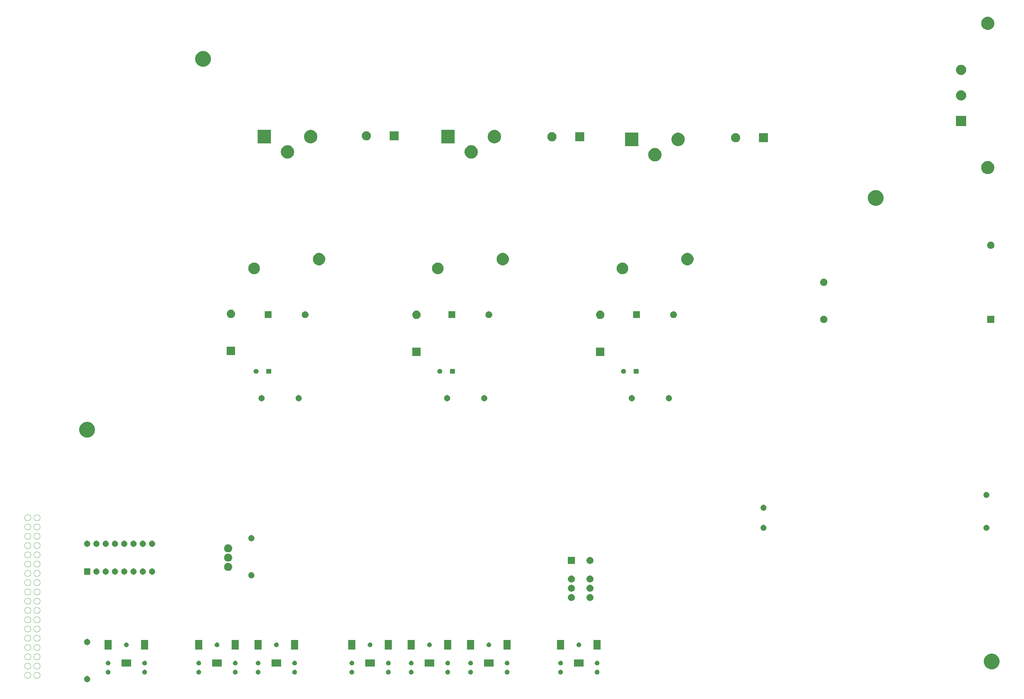
<source format=gts>
G04 #@! TF.GenerationSoftware,KiCad,Pcbnew,5.1.5-52549c5~84~ubuntu18.04.1*
G04 #@! TF.CreationDate,2020-02-09T17:31:39-05:00*
G04 #@! TF.ProjectId,cropdroid-reservoir,63726f70-6472-46f6-9964-2d7265736572,0.3a*
G04 #@! TF.SameCoordinates,Original*
G04 #@! TF.FileFunction,Soldermask,Top*
G04 #@! TF.FilePolarity,Negative*
%FSLAX46Y46*%
G04 Gerber Fmt 4.6, Leading zero omitted, Abs format (unit mm)*
G04 Created by KiCad (PCBNEW 5.1.5-52549c5~84~ubuntu18.04.1) date 2020-02-09 17:31:39*
%MOMM*%
%LPD*%
G04 APERTURE LIST*
%ADD10C,0.100000*%
G04 APERTURE END LIST*
D10*
X18894984Y-194310000D02*
G75*
G03X18894984Y-194310000I-860984J0D01*
G01*
X16354984Y-194310000D02*
G75*
G03X16354984Y-194310000I-860984J0D01*
G01*
X18894984Y-191770000D02*
G75*
G03X18894984Y-191770000I-860984J0D01*
G01*
X16354984Y-191770000D02*
G75*
G03X16354984Y-191770000I-860984J0D01*
G01*
X18894984Y-189230000D02*
G75*
G03X18894984Y-189230000I-860984J0D01*
G01*
X16354984Y-189230000D02*
G75*
G03X16354984Y-189230000I-860984J0D01*
G01*
X18894984Y-186690000D02*
G75*
G03X18894984Y-186690000I-860984J0D01*
G01*
X16354984Y-186690000D02*
G75*
G03X16354984Y-186690000I-860984J0D01*
G01*
X18894984Y-184150000D02*
G75*
G03X18894984Y-184150000I-860984J0D01*
G01*
X16354984Y-184150000D02*
G75*
G03X16354984Y-184150000I-860984J0D01*
G01*
X18894984Y-181610000D02*
G75*
G03X18894984Y-181610000I-860984J0D01*
G01*
X16354984Y-181610000D02*
G75*
G03X16354984Y-181610000I-860984J0D01*
G01*
X18894984Y-179070000D02*
G75*
G03X18894984Y-179070000I-860984J0D01*
G01*
X16354984Y-179070000D02*
G75*
G03X16354984Y-179070000I-860984J0D01*
G01*
X18894984Y-176530000D02*
G75*
G03X18894984Y-176530000I-860984J0D01*
G01*
X16354984Y-176530000D02*
G75*
G03X16354984Y-176530000I-860984J0D01*
G01*
X18894984Y-173990000D02*
G75*
G03X18894984Y-173990000I-860984J0D01*
G01*
X16354984Y-173990000D02*
G75*
G03X16354984Y-173990000I-860984J0D01*
G01*
X18894984Y-171450000D02*
G75*
G03X18894984Y-171450000I-860984J0D01*
G01*
X16354984Y-171450000D02*
G75*
G03X16354984Y-171450000I-860984J0D01*
G01*
X18894984Y-168910000D02*
G75*
G03X18894984Y-168910000I-860984J0D01*
G01*
X16354984Y-168910000D02*
G75*
G03X16354984Y-168910000I-860984J0D01*
G01*
X18894984Y-166370000D02*
G75*
G03X18894984Y-166370000I-860984J0D01*
G01*
X16354984Y-166370000D02*
G75*
G03X16354984Y-166370000I-860984J0D01*
G01*
X18894984Y-163830000D02*
G75*
G03X18894984Y-163830000I-860984J0D01*
G01*
X16354984Y-163830000D02*
G75*
G03X16354984Y-163830000I-860984J0D01*
G01*
X18894984Y-161290000D02*
G75*
G03X18894984Y-161290000I-860984J0D01*
G01*
X16354984Y-161290000D02*
G75*
G03X16354984Y-161290000I-860984J0D01*
G01*
X18894984Y-158750000D02*
G75*
G03X18894984Y-158750000I-860984J0D01*
G01*
X16354984Y-158750000D02*
G75*
G03X16354984Y-158750000I-860984J0D01*
G01*
X18894984Y-156210000D02*
G75*
G03X18894984Y-156210000I-860984J0D01*
G01*
X16354984Y-156210000D02*
G75*
G03X16354984Y-156210000I-860984J0D01*
G01*
X18894984Y-153670000D02*
G75*
G03X18894984Y-153670000I-860984J0D01*
G01*
X16354984Y-153670000D02*
G75*
G03X16354984Y-153670000I-860984J0D01*
G01*
X18894984Y-151130000D02*
G75*
G03X18894984Y-151130000I-860984J0D01*
G01*
X16354984Y-151130000D02*
G75*
G03X16354984Y-151130000I-860984J0D01*
G01*
G36*
X31998228Y-194507703D02*
G01*
X32153100Y-194571853D01*
X32292481Y-194664985D01*
X32411015Y-194783519D01*
X32504147Y-194922900D01*
X32568297Y-195077772D01*
X32601000Y-195242184D01*
X32601000Y-195409816D01*
X32568297Y-195574228D01*
X32504147Y-195729100D01*
X32411015Y-195868481D01*
X32292481Y-195987015D01*
X32153100Y-196080147D01*
X31998228Y-196144297D01*
X31833816Y-196177000D01*
X31666184Y-196177000D01*
X31501772Y-196144297D01*
X31346900Y-196080147D01*
X31207519Y-195987015D01*
X31088985Y-195868481D01*
X30995853Y-195729100D01*
X30931703Y-195574228D01*
X30899000Y-195409816D01*
X30899000Y-195242184D01*
X30931703Y-195077772D01*
X30995853Y-194922900D01*
X31088985Y-194783519D01*
X31207519Y-194664985D01*
X31346900Y-194571853D01*
X31501772Y-194507703D01*
X31666184Y-194475000D01*
X31833816Y-194475000D01*
X31998228Y-194507703D01*
G37*
G36*
X171559890Y-192802017D02*
G01*
X171678364Y-192851091D01*
X171784988Y-192922335D01*
X171875665Y-193013012D01*
X171946909Y-193119636D01*
X171995983Y-193238110D01*
X172021000Y-193363882D01*
X172021000Y-193492118D01*
X171995983Y-193617890D01*
X171946909Y-193736364D01*
X171875665Y-193842988D01*
X171784988Y-193933665D01*
X171678364Y-194004909D01*
X171678363Y-194004910D01*
X171678362Y-194004910D01*
X171559890Y-194053983D01*
X171434119Y-194079000D01*
X171305881Y-194079000D01*
X171180110Y-194053983D01*
X171061638Y-194004910D01*
X171061637Y-194004910D01*
X171061636Y-194004909D01*
X170955012Y-193933665D01*
X170864335Y-193842988D01*
X170793091Y-193736364D01*
X170744017Y-193617890D01*
X170719000Y-193492118D01*
X170719000Y-193363882D01*
X170744017Y-193238110D01*
X170793091Y-193119636D01*
X170864335Y-193013012D01*
X170955012Y-192922335D01*
X171061636Y-192851091D01*
X171180110Y-192802017D01*
X171305881Y-192777000D01*
X171434119Y-192777000D01*
X171559890Y-192802017D01*
G37*
G36*
X161559890Y-192802017D02*
G01*
X161678364Y-192851091D01*
X161784988Y-192922335D01*
X161875665Y-193013012D01*
X161946909Y-193119636D01*
X161995983Y-193238110D01*
X162021000Y-193363882D01*
X162021000Y-193492118D01*
X161995983Y-193617890D01*
X161946909Y-193736364D01*
X161875665Y-193842988D01*
X161784988Y-193933665D01*
X161678364Y-194004909D01*
X161678363Y-194004910D01*
X161678362Y-194004910D01*
X161559890Y-194053983D01*
X161434119Y-194079000D01*
X161305881Y-194079000D01*
X161180110Y-194053983D01*
X161061638Y-194004910D01*
X161061637Y-194004910D01*
X161061636Y-194004909D01*
X160955012Y-193933665D01*
X160864335Y-193842988D01*
X160793091Y-193736364D01*
X160744017Y-193617890D01*
X160719000Y-193492118D01*
X160719000Y-193363882D01*
X160744017Y-193238110D01*
X160793091Y-193119636D01*
X160864335Y-193013012D01*
X160955012Y-192922335D01*
X161061636Y-192851091D01*
X161180110Y-192802017D01*
X161305881Y-192777000D01*
X161434119Y-192777000D01*
X161559890Y-192802017D01*
G37*
G36*
X146921890Y-192802017D02*
G01*
X147040364Y-192851091D01*
X147146988Y-192922335D01*
X147237665Y-193013012D01*
X147308909Y-193119636D01*
X147357983Y-193238110D01*
X147383000Y-193363882D01*
X147383000Y-193492118D01*
X147357983Y-193617890D01*
X147308909Y-193736364D01*
X147237665Y-193842988D01*
X147146988Y-193933665D01*
X147040364Y-194004909D01*
X147040363Y-194004910D01*
X147040362Y-194004910D01*
X146921890Y-194053983D01*
X146796119Y-194079000D01*
X146667881Y-194079000D01*
X146542110Y-194053983D01*
X146423638Y-194004910D01*
X146423637Y-194004910D01*
X146423636Y-194004909D01*
X146317012Y-193933665D01*
X146226335Y-193842988D01*
X146155091Y-193736364D01*
X146106017Y-193617890D01*
X146081000Y-193492118D01*
X146081000Y-193363882D01*
X146106017Y-193238110D01*
X146155091Y-193119636D01*
X146226335Y-193013012D01*
X146317012Y-192922335D01*
X146423636Y-192851091D01*
X146542110Y-192802017D01*
X146667881Y-192777000D01*
X146796119Y-192777000D01*
X146921890Y-192802017D01*
G37*
G36*
X136921890Y-192802017D02*
G01*
X137040364Y-192851091D01*
X137146988Y-192922335D01*
X137237665Y-193013012D01*
X137308909Y-193119636D01*
X137357983Y-193238110D01*
X137383000Y-193363882D01*
X137383000Y-193492118D01*
X137357983Y-193617890D01*
X137308909Y-193736364D01*
X137237665Y-193842988D01*
X137146988Y-193933665D01*
X137040364Y-194004909D01*
X137040363Y-194004910D01*
X137040362Y-194004910D01*
X136921890Y-194053983D01*
X136796119Y-194079000D01*
X136667881Y-194079000D01*
X136542110Y-194053983D01*
X136423638Y-194004910D01*
X136423637Y-194004910D01*
X136423636Y-194004909D01*
X136317012Y-193933665D01*
X136226335Y-193842988D01*
X136155091Y-193736364D01*
X136106017Y-193617890D01*
X136081000Y-193492118D01*
X136081000Y-193363882D01*
X136106017Y-193238110D01*
X136155091Y-193119636D01*
X136226335Y-193013012D01*
X136317012Y-192922335D01*
X136423636Y-192851091D01*
X136542110Y-192802017D01*
X136667881Y-192777000D01*
X136796119Y-192777000D01*
X136921890Y-192802017D01*
G37*
G36*
X130665890Y-192802017D02*
G01*
X130784364Y-192851091D01*
X130890988Y-192922335D01*
X130981665Y-193013012D01*
X131052909Y-193119636D01*
X131101983Y-193238110D01*
X131127000Y-193363882D01*
X131127000Y-193492118D01*
X131101983Y-193617890D01*
X131052909Y-193736364D01*
X130981665Y-193842988D01*
X130890988Y-193933665D01*
X130784364Y-194004909D01*
X130784363Y-194004910D01*
X130784362Y-194004910D01*
X130665890Y-194053983D01*
X130540119Y-194079000D01*
X130411881Y-194079000D01*
X130286110Y-194053983D01*
X130167638Y-194004910D01*
X130167637Y-194004910D01*
X130167636Y-194004909D01*
X130061012Y-193933665D01*
X129970335Y-193842988D01*
X129899091Y-193736364D01*
X129850017Y-193617890D01*
X129825000Y-193492118D01*
X129825000Y-193363882D01*
X129850017Y-193238110D01*
X129899091Y-193119636D01*
X129970335Y-193013012D01*
X130061012Y-192922335D01*
X130167636Y-192851091D01*
X130286110Y-192802017D01*
X130411881Y-192777000D01*
X130540119Y-192777000D01*
X130665890Y-192802017D01*
G37*
G36*
X120665890Y-192802017D02*
G01*
X120784364Y-192851091D01*
X120890988Y-192922335D01*
X120981665Y-193013012D01*
X121052909Y-193119636D01*
X121101983Y-193238110D01*
X121127000Y-193363882D01*
X121127000Y-193492118D01*
X121101983Y-193617890D01*
X121052909Y-193736364D01*
X120981665Y-193842988D01*
X120890988Y-193933665D01*
X120784364Y-194004909D01*
X120784363Y-194004910D01*
X120784362Y-194004910D01*
X120665890Y-194053983D01*
X120540119Y-194079000D01*
X120411881Y-194079000D01*
X120286110Y-194053983D01*
X120167638Y-194004910D01*
X120167637Y-194004910D01*
X120167636Y-194004909D01*
X120061012Y-193933665D01*
X119970335Y-193842988D01*
X119899091Y-193736364D01*
X119850017Y-193617890D01*
X119825000Y-193492118D01*
X119825000Y-193363882D01*
X119850017Y-193238110D01*
X119899091Y-193119636D01*
X119970335Y-193013012D01*
X120061012Y-192922335D01*
X120167636Y-192851091D01*
X120286110Y-192802017D01*
X120411881Y-192777000D01*
X120540119Y-192777000D01*
X120665890Y-192802017D01*
G37*
G36*
X88755890Y-192802017D02*
G01*
X88874364Y-192851091D01*
X88980988Y-192922335D01*
X89071665Y-193013012D01*
X89142909Y-193119636D01*
X89191983Y-193238110D01*
X89217000Y-193363882D01*
X89217000Y-193492118D01*
X89191983Y-193617890D01*
X89142909Y-193736364D01*
X89071665Y-193842988D01*
X88980988Y-193933665D01*
X88874364Y-194004909D01*
X88874363Y-194004910D01*
X88874362Y-194004910D01*
X88755890Y-194053983D01*
X88630119Y-194079000D01*
X88501881Y-194079000D01*
X88376110Y-194053983D01*
X88257638Y-194004910D01*
X88257637Y-194004910D01*
X88257636Y-194004909D01*
X88151012Y-193933665D01*
X88060335Y-193842988D01*
X87989091Y-193736364D01*
X87940017Y-193617890D01*
X87915000Y-193492118D01*
X87915000Y-193363882D01*
X87940017Y-193238110D01*
X87989091Y-193119636D01*
X88060335Y-193013012D01*
X88151012Y-192922335D01*
X88257636Y-192851091D01*
X88376110Y-192802017D01*
X88501881Y-192777000D01*
X88630119Y-192777000D01*
X88755890Y-192802017D01*
G37*
G36*
X114409890Y-192802017D02*
G01*
X114528364Y-192851091D01*
X114634988Y-192922335D01*
X114725665Y-193013012D01*
X114796909Y-193119636D01*
X114845983Y-193238110D01*
X114871000Y-193363882D01*
X114871000Y-193492118D01*
X114845983Y-193617890D01*
X114796909Y-193736364D01*
X114725665Y-193842988D01*
X114634988Y-193933665D01*
X114528364Y-194004909D01*
X114528363Y-194004910D01*
X114528362Y-194004910D01*
X114409890Y-194053983D01*
X114284119Y-194079000D01*
X114155881Y-194079000D01*
X114030110Y-194053983D01*
X113911638Y-194004910D01*
X113911637Y-194004910D01*
X113911636Y-194004909D01*
X113805012Y-193933665D01*
X113714335Y-193842988D01*
X113643091Y-193736364D01*
X113594017Y-193617890D01*
X113569000Y-193492118D01*
X113569000Y-193363882D01*
X113594017Y-193238110D01*
X113643091Y-193119636D01*
X113714335Y-193013012D01*
X113805012Y-192922335D01*
X113911636Y-192851091D01*
X114030110Y-192802017D01*
X114155881Y-192777000D01*
X114284119Y-192777000D01*
X114409890Y-192802017D01*
G37*
G36*
X104409890Y-192802017D02*
G01*
X104528364Y-192851091D01*
X104634988Y-192922335D01*
X104725665Y-193013012D01*
X104796909Y-193119636D01*
X104845983Y-193238110D01*
X104871000Y-193363882D01*
X104871000Y-193492118D01*
X104845983Y-193617890D01*
X104796909Y-193736364D01*
X104725665Y-193842988D01*
X104634988Y-193933665D01*
X104528364Y-194004909D01*
X104528363Y-194004910D01*
X104528362Y-194004910D01*
X104409890Y-194053983D01*
X104284119Y-194079000D01*
X104155881Y-194079000D01*
X104030110Y-194053983D01*
X103911638Y-194004910D01*
X103911637Y-194004910D01*
X103911636Y-194004909D01*
X103805012Y-193933665D01*
X103714335Y-193842988D01*
X103643091Y-193736364D01*
X103594017Y-193617890D01*
X103569000Y-193492118D01*
X103569000Y-193363882D01*
X103594017Y-193238110D01*
X103643091Y-193119636D01*
X103714335Y-193013012D01*
X103805012Y-192922335D01*
X103911636Y-192851091D01*
X104030110Y-192802017D01*
X104155881Y-192777000D01*
X104284119Y-192777000D01*
X104409890Y-192802017D01*
G37*
G36*
X72499890Y-192802017D02*
G01*
X72618364Y-192851091D01*
X72724988Y-192922335D01*
X72815665Y-193013012D01*
X72886909Y-193119636D01*
X72935983Y-193238110D01*
X72961000Y-193363882D01*
X72961000Y-193492118D01*
X72935983Y-193617890D01*
X72886909Y-193736364D01*
X72815665Y-193842988D01*
X72724988Y-193933665D01*
X72618364Y-194004909D01*
X72618363Y-194004910D01*
X72618362Y-194004910D01*
X72499890Y-194053983D01*
X72374119Y-194079000D01*
X72245881Y-194079000D01*
X72120110Y-194053983D01*
X72001638Y-194004910D01*
X72001637Y-194004910D01*
X72001636Y-194004909D01*
X71895012Y-193933665D01*
X71804335Y-193842988D01*
X71733091Y-193736364D01*
X71684017Y-193617890D01*
X71659000Y-193492118D01*
X71659000Y-193363882D01*
X71684017Y-193238110D01*
X71733091Y-193119636D01*
X71804335Y-193013012D01*
X71895012Y-192922335D01*
X72001636Y-192851091D01*
X72120110Y-192802017D01*
X72245881Y-192777000D01*
X72374119Y-192777000D01*
X72499890Y-192802017D01*
G37*
G36*
X62499890Y-192802017D02*
G01*
X62618364Y-192851091D01*
X62724988Y-192922335D01*
X62815665Y-193013012D01*
X62886909Y-193119636D01*
X62935983Y-193238110D01*
X62961000Y-193363882D01*
X62961000Y-193492118D01*
X62935983Y-193617890D01*
X62886909Y-193736364D01*
X62815665Y-193842988D01*
X62724988Y-193933665D01*
X62618364Y-194004909D01*
X62618363Y-194004910D01*
X62618362Y-194004910D01*
X62499890Y-194053983D01*
X62374119Y-194079000D01*
X62245881Y-194079000D01*
X62120110Y-194053983D01*
X62001638Y-194004910D01*
X62001637Y-194004910D01*
X62001636Y-194004909D01*
X61895012Y-193933665D01*
X61804335Y-193842988D01*
X61733091Y-193736364D01*
X61684017Y-193617890D01*
X61659000Y-193492118D01*
X61659000Y-193363882D01*
X61684017Y-193238110D01*
X61733091Y-193119636D01*
X61804335Y-193013012D01*
X61895012Y-192922335D01*
X62001636Y-192851091D01*
X62120110Y-192802017D01*
X62245881Y-192777000D01*
X62374119Y-192777000D01*
X62499890Y-192802017D01*
G37*
G36*
X47687890Y-192802017D02*
G01*
X47806364Y-192851091D01*
X47912988Y-192922335D01*
X48003665Y-193013012D01*
X48074909Y-193119636D01*
X48123983Y-193238110D01*
X48149000Y-193363882D01*
X48149000Y-193492118D01*
X48123983Y-193617890D01*
X48074909Y-193736364D01*
X48003665Y-193842988D01*
X47912988Y-193933665D01*
X47806364Y-194004909D01*
X47806363Y-194004910D01*
X47806362Y-194004910D01*
X47687890Y-194053983D01*
X47562119Y-194079000D01*
X47433881Y-194079000D01*
X47308110Y-194053983D01*
X47189638Y-194004910D01*
X47189637Y-194004910D01*
X47189636Y-194004909D01*
X47083012Y-193933665D01*
X46992335Y-193842988D01*
X46921091Y-193736364D01*
X46872017Y-193617890D01*
X46847000Y-193492118D01*
X46847000Y-193363882D01*
X46872017Y-193238110D01*
X46921091Y-193119636D01*
X46992335Y-193013012D01*
X47083012Y-192922335D01*
X47189636Y-192851091D01*
X47308110Y-192802017D01*
X47433881Y-192777000D01*
X47562119Y-192777000D01*
X47687890Y-192802017D01*
G37*
G36*
X37687890Y-192802017D02*
G01*
X37806364Y-192851091D01*
X37912988Y-192922335D01*
X38003665Y-193013012D01*
X38074909Y-193119636D01*
X38123983Y-193238110D01*
X38149000Y-193363882D01*
X38149000Y-193492118D01*
X38123983Y-193617890D01*
X38074909Y-193736364D01*
X38003665Y-193842988D01*
X37912988Y-193933665D01*
X37806364Y-194004909D01*
X37806363Y-194004910D01*
X37806362Y-194004910D01*
X37687890Y-194053983D01*
X37562119Y-194079000D01*
X37433881Y-194079000D01*
X37308110Y-194053983D01*
X37189638Y-194004910D01*
X37189637Y-194004910D01*
X37189636Y-194004909D01*
X37083012Y-193933665D01*
X36992335Y-193842988D01*
X36921091Y-193736364D01*
X36872017Y-193617890D01*
X36847000Y-193492118D01*
X36847000Y-193363882D01*
X36872017Y-193238110D01*
X36921091Y-193119636D01*
X36992335Y-193013012D01*
X37083012Y-192922335D01*
X37189636Y-192851091D01*
X37308110Y-192802017D01*
X37433881Y-192777000D01*
X37562119Y-192777000D01*
X37687890Y-192802017D01*
G37*
G36*
X78755890Y-192802017D02*
G01*
X78874364Y-192851091D01*
X78980988Y-192922335D01*
X79071665Y-193013012D01*
X79142909Y-193119636D01*
X79191983Y-193238110D01*
X79217000Y-193363882D01*
X79217000Y-193492118D01*
X79191983Y-193617890D01*
X79142909Y-193736364D01*
X79071665Y-193842988D01*
X78980988Y-193933665D01*
X78874364Y-194004909D01*
X78874363Y-194004910D01*
X78874362Y-194004910D01*
X78755890Y-194053983D01*
X78630119Y-194079000D01*
X78501881Y-194079000D01*
X78376110Y-194053983D01*
X78257638Y-194004910D01*
X78257637Y-194004910D01*
X78257636Y-194004909D01*
X78151012Y-193933665D01*
X78060335Y-193842988D01*
X77989091Y-193736364D01*
X77940017Y-193617890D01*
X77915000Y-193492118D01*
X77915000Y-193363882D01*
X77940017Y-193238110D01*
X77989091Y-193119636D01*
X78060335Y-193013012D01*
X78151012Y-192922335D01*
X78257636Y-192851091D01*
X78376110Y-192802017D01*
X78501881Y-192777000D01*
X78630119Y-192777000D01*
X78755890Y-192802017D01*
G37*
G36*
X280027423Y-188431661D02*
G01*
X280418879Y-188593807D01*
X280418881Y-188593808D01*
X280771183Y-188829209D01*
X281070791Y-189128817D01*
X281306192Y-189481119D01*
X281306193Y-189481121D01*
X281468339Y-189872577D01*
X281551000Y-190288144D01*
X281551000Y-190711856D01*
X281468339Y-191127423D01*
X281311979Y-191504910D01*
X281306192Y-191518881D01*
X281070791Y-191871183D01*
X280771183Y-192170791D01*
X280418881Y-192406192D01*
X280418880Y-192406193D01*
X280418879Y-192406193D01*
X280027423Y-192568339D01*
X279611856Y-192651000D01*
X279188144Y-192651000D01*
X278772577Y-192568339D01*
X278381121Y-192406193D01*
X278381120Y-192406193D01*
X278381119Y-192406192D01*
X278028817Y-192170791D01*
X277729209Y-191871183D01*
X277493808Y-191518881D01*
X277488021Y-191504910D01*
X277331661Y-191127423D01*
X277249000Y-190711856D01*
X277249000Y-190288144D01*
X277331661Y-189872577D01*
X277493807Y-189481121D01*
X277493808Y-189481119D01*
X277729209Y-189128817D01*
X278028817Y-188829209D01*
X278381119Y-188593808D01*
X278381121Y-188593807D01*
X278772577Y-188431661D01*
X279188144Y-188349000D01*
X279611856Y-188349000D01*
X280027423Y-188431661D01*
G37*
G36*
X84867000Y-191879000D02*
G01*
X82265000Y-191879000D01*
X82265000Y-189977000D01*
X84867000Y-189977000D01*
X84867000Y-191879000D01*
G37*
G36*
X126777000Y-191879000D02*
G01*
X124175000Y-191879000D01*
X124175000Y-189977000D01*
X126777000Y-189977000D01*
X126777000Y-191879000D01*
G37*
G36*
X43799000Y-191879000D02*
G01*
X41197000Y-191879000D01*
X41197000Y-189977000D01*
X43799000Y-189977000D01*
X43799000Y-191879000D01*
G37*
G36*
X68611000Y-191879000D02*
G01*
X66009000Y-191879000D01*
X66009000Y-189977000D01*
X68611000Y-189977000D01*
X68611000Y-191879000D01*
G37*
G36*
X167671000Y-191879000D02*
G01*
X165069000Y-191879000D01*
X165069000Y-189977000D01*
X167671000Y-189977000D01*
X167671000Y-191879000D01*
G37*
G36*
X143033000Y-191879000D02*
G01*
X140431000Y-191879000D01*
X140431000Y-189977000D01*
X143033000Y-189977000D01*
X143033000Y-191879000D01*
G37*
G36*
X110521000Y-191879000D02*
G01*
X107919000Y-191879000D01*
X107919000Y-189977000D01*
X110521000Y-189977000D01*
X110521000Y-191879000D01*
G37*
G36*
X171559890Y-190302017D02*
G01*
X171678364Y-190351091D01*
X171784988Y-190422335D01*
X171875665Y-190513012D01*
X171946909Y-190619636D01*
X171995983Y-190738110D01*
X172021000Y-190863882D01*
X172021000Y-190992118D01*
X171995983Y-191117890D01*
X171946909Y-191236364D01*
X171875665Y-191342988D01*
X171784988Y-191433665D01*
X171678364Y-191504909D01*
X171678363Y-191504910D01*
X171678362Y-191504910D01*
X171559890Y-191553983D01*
X171434119Y-191579000D01*
X171305881Y-191579000D01*
X171180110Y-191553983D01*
X171061638Y-191504910D01*
X171061637Y-191504910D01*
X171061636Y-191504909D01*
X170955012Y-191433665D01*
X170864335Y-191342988D01*
X170793091Y-191236364D01*
X170744017Y-191117890D01*
X170719000Y-190992118D01*
X170719000Y-190863882D01*
X170744017Y-190738110D01*
X170793091Y-190619636D01*
X170864335Y-190513012D01*
X170955012Y-190422335D01*
X171061636Y-190351091D01*
X171180110Y-190302017D01*
X171305881Y-190277000D01*
X171434119Y-190277000D01*
X171559890Y-190302017D01*
G37*
G36*
X114409890Y-190302017D02*
G01*
X114528364Y-190351091D01*
X114634988Y-190422335D01*
X114725665Y-190513012D01*
X114796909Y-190619636D01*
X114845983Y-190738110D01*
X114871000Y-190863882D01*
X114871000Y-190992118D01*
X114845983Y-191117890D01*
X114796909Y-191236364D01*
X114725665Y-191342988D01*
X114634988Y-191433665D01*
X114528364Y-191504909D01*
X114528363Y-191504910D01*
X114528362Y-191504910D01*
X114409890Y-191553983D01*
X114284119Y-191579000D01*
X114155881Y-191579000D01*
X114030110Y-191553983D01*
X113911638Y-191504910D01*
X113911637Y-191504910D01*
X113911636Y-191504909D01*
X113805012Y-191433665D01*
X113714335Y-191342988D01*
X113643091Y-191236364D01*
X113594017Y-191117890D01*
X113569000Y-190992118D01*
X113569000Y-190863882D01*
X113594017Y-190738110D01*
X113643091Y-190619636D01*
X113714335Y-190513012D01*
X113805012Y-190422335D01*
X113911636Y-190351091D01*
X114030110Y-190302017D01*
X114155881Y-190277000D01*
X114284119Y-190277000D01*
X114409890Y-190302017D01*
G37*
G36*
X37687890Y-190302017D02*
G01*
X37806364Y-190351091D01*
X37912988Y-190422335D01*
X38003665Y-190513012D01*
X38074909Y-190619636D01*
X38123983Y-190738110D01*
X38149000Y-190863882D01*
X38149000Y-190992118D01*
X38123983Y-191117890D01*
X38074909Y-191236364D01*
X38003665Y-191342988D01*
X37912988Y-191433665D01*
X37806364Y-191504909D01*
X37806363Y-191504910D01*
X37806362Y-191504910D01*
X37687890Y-191553983D01*
X37562119Y-191579000D01*
X37433881Y-191579000D01*
X37308110Y-191553983D01*
X37189638Y-191504910D01*
X37189637Y-191504910D01*
X37189636Y-191504909D01*
X37083012Y-191433665D01*
X36992335Y-191342988D01*
X36921091Y-191236364D01*
X36872017Y-191117890D01*
X36847000Y-190992118D01*
X36847000Y-190863882D01*
X36872017Y-190738110D01*
X36921091Y-190619636D01*
X36992335Y-190513012D01*
X37083012Y-190422335D01*
X37189636Y-190351091D01*
X37308110Y-190302017D01*
X37433881Y-190277000D01*
X37562119Y-190277000D01*
X37687890Y-190302017D01*
G37*
G36*
X47687890Y-190302017D02*
G01*
X47806364Y-190351091D01*
X47912988Y-190422335D01*
X48003665Y-190513012D01*
X48074909Y-190619636D01*
X48123983Y-190738110D01*
X48149000Y-190863882D01*
X48149000Y-190992118D01*
X48123983Y-191117890D01*
X48074909Y-191236364D01*
X48003665Y-191342988D01*
X47912988Y-191433665D01*
X47806364Y-191504909D01*
X47806363Y-191504910D01*
X47806362Y-191504910D01*
X47687890Y-191553983D01*
X47562119Y-191579000D01*
X47433881Y-191579000D01*
X47308110Y-191553983D01*
X47189638Y-191504910D01*
X47189637Y-191504910D01*
X47189636Y-191504909D01*
X47083012Y-191433665D01*
X46992335Y-191342988D01*
X46921091Y-191236364D01*
X46872017Y-191117890D01*
X46847000Y-190992118D01*
X46847000Y-190863882D01*
X46872017Y-190738110D01*
X46921091Y-190619636D01*
X46992335Y-190513012D01*
X47083012Y-190422335D01*
X47189636Y-190351091D01*
X47308110Y-190302017D01*
X47433881Y-190277000D01*
X47562119Y-190277000D01*
X47687890Y-190302017D01*
G37*
G36*
X62499890Y-190302017D02*
G01*
X62618364Y-190351091D01*
X62724988Y-190422335D01*
X62815665Y-190513012D01*
X62886909Y-190619636D01*
X62935983Y-190738110D01*
X62961000Y-190863882D01*
X62961000Y-190992118D01*
X62935983Y-191117890D01*
X62886909Y-191236364D01*
X62815665Y-191342988D01*
X62724988Y-191433665D01*
X62618364Y-191504909D01*
X62618363Y-191504910D01*
X62618362Y-191504910D01*
X62499890Y-191553983D01*
X62374119Y-191579000D01*
X62245881Y-191579000D01*
X62120110Y-191553983D01*
X62001638Y-191504910D01*
X62001637Y-191504910D01*
X62001636Y-191504909D01*
X61895012Y-191433665D01*
X61804335Y-191342988D01*
X61733091Y-191236364D01*
X61684017Y-191117890D01*
X61659000Y-190992118D01*
X61659000Y-190863882D01*
X61684017Y-190738110D01*
X61733091Y-190619636D01*
X61804335Y-190513012D01*
X61895012Y-190422335D01*
X62001636Y-190351091D01*
X62120110Y-190302017D01*
X62245881Y-190277000D01*
X62374119Y-190277000D01*
X62499890Y-190302017D01*
G37*
G36*
X72499890Y-190302017D02*
G01*
X72618364Y-190351091D01*
X72724988Y-190422335D01*
X72815665Y-190513012D01*
X72886909Y-190619636D01*
X72935983Y-190738110D01*
X72961000Y-190863882D01*
X72961000Y-190992118D01*
X72935983Y-191117890D01*
X72886909Y-191236364D01*
X72815665Y-191342988D01*
X72724988Y-191433665D01*
X72618364Y-191504909D01*
X72618363Y-191504910D01*
X72618362Y-191504910D01*
X72499890Y-191553983D01*
X72374119Y-191579000D01*
X72245881Y-191579000D01*
X72120110Y-191553983D01*
X72001638Y-191504910D01*
X72001637Y-191504910D01*
X72001636Y-191504909D01*
X71895012Y-191433665D01*
X71804335Y-191342988D01*
X71733091Y-191236364D01*
X71684017Y-191117890D01*
X71659000Y-190992118D01*
X71659000Y-190863882D01*
X71684017Y-190738110D01*
X71733091Y-190619636D01*
X71804335Y-190513012D01*
X71895012Y-190422335D01*
X72001636Y-190351091D01*
X72120110Y-190302017D01*
X72245881Y-190277000D01*
X72374119Y-190277000D01*
X72499890Y-190302017D01*
G37*
G36*
X161559890Y-190302017D02*
G01*
X161678364Y-190351091D01*
X161784988Y-190422335D01*
X161875665Y-190513012D01*
X161946909Y-190619636D01*
X161995983Y-190738110D01*
X162021000Y-190863882D01*
X162021000Y-190992118D01*
X161995983Y-191117890D01*
X161946909Y-191236364D01*
X161875665Y-191342988D01*
X161784988Y-191433665D01*
X161678364Y-191504909D01*
X161678363Y-191504910D01*
X161678362Y-191504910D01*
X161559890Y-191553983D01*
X161434119Y-191579000D01*
X161305881Y-191579000D01*
X161180110Y-191553983D01*
X161061638Y-191504910D01*
X161061637Y-191504910D01*
X161061636Y-191504909D01*
X160955012Y-191433665D01*
X160864335Y-191342988D01*
X160793091Y-191236364D01*
X160744017Y-191117890D01*
X160719000Y-190992118D01*
X160719000Y-190863882D01*
X160744017Y-190738110D01*
X160793091Y-190619636D01*
X160864335Y-190513012D01*
X160955012Y-190422335D01*
X161061636Y-190351091D01*
X161180110Y-190302017D01*
X161305881Y-190277000D01*
X161434119Y-190277000D01*
X161559890Y-190302017D01*
G37*
G36*
X104409890Y-190302017D02*
G01*
X104528364Y-190351091D01*
X104634988Y-190422335D01*
X104725665Y-190513012D01*
X104796909Y-190619636D01*
X104845983Y-190738110D01*
X104871000Y-190863882D01*
X104871000Y-190992118D01*
X104845983Y-191117890D01*
X104796909Y-191236364D01*
X104725665Y-191342988D01*
X104634988Y-191433665D01*
X104528364Y-191504909D01*
X104528363Y-191504910D01*
X104528362Y-191504910D01*
X104409890Y-191553983D01*
X104284119Y-191579000D01*
X104155881Y-191579000D01*
X104030110Y-191553983D01*
X103911638Y-191504910D01*
X103911637Y-191504910D01*
X103911636Y-191504909D01*
X103805012Y-191433665D01*
X103714335Y-191342988D01*
X103643091Y-191236364D01*
X103594017Y-191117890D01*
X103569000Y-190992118D01*
X103569000Y-190863882D01*
X103594017Y-190738110D01*
X103643091Y-190619636D01*
X103714335Y-190513012D01*
X103805012Y-190422335D01*
X103911636Y-190351091D01*
X104030110Y-190302017D01*
X104155881Y-190277000D01*
X104284119Y-190277000D01*
X104409890Y-190302017D01*
G37*
G36*
X136921890Y-190302017D02*
G01*
X137040364Y-190351091D01*
X137146988Y-190422335D01*
X137237665Y-190513012D01*
X137308909Y-190619636D01*
X137357983Y-190738110D01*
X137383000Y-190863882D01*
X137383000Y-190992118D01*
X137357983Y-191117890D01*
X137308909Y-191236364D01*
X137237665Y-191342988D01*
X137146988Y-191433665D01*
X137040364Y-191504909D01*
X137040363Y-191504910D01*
X137040362Y-191504910D01*
X136921890Y-191553983D01*
X136796119Y-191579000D01*
X136667881Y-191579000D01*
X136542110Y-191553983D01*
X136423638Y-191504910D01*
X136423637Y-191504910D01*
X136423636Y-191504909D01*
X136317012Y-191433665D01*
X136226335Y-191342988D01*
X136155091Y-191236364D01*
X136106017Y-191117890D01*
X136081000Y-190992118D01*
X136081000Y-190863882D01*
X136106017Y-190738110D01*
X136155091Y-190619636D01*
X136226335Y-190513012D01*
X136317012Y-190422335D01*
X136423636Y-190351091D01*
X136542110Y-190302017D01*
X136667881Y-190277000D01*
X136796119Y-190277000D01*
X136921890Y-190302017D01*
G37*
G36*
X146921890Y-190302017D02*
G01*
X147040364Y-190351091D01*
X147146988Y-190422335D01*
X147237665Y-190513012D01*
X147308909Y-190619636D01*
X147357983Y-190738110D01*
X147383000Y-190863882D01*
X147383000Y-190992118D01*
X147357983Y-191117890D01*
X147308909Y-191236364D01*
X147237665Y-191342988D01*
X147146988Y-191433665D01*
X147040364Y-191504909D01*
X147040363Y-191504910D01*
X147040362Y-191504910D01*
X146921890Y-191553983D01*
X146796119Y-191579000D01*
X146667881Y-191579000D01*
X146542110Y-191553983D01*
X146423638Y-191504910D01*
X146423637Y-191504910D01*
X146423636Y-191504909D01*
X146317012Y-191433665D01*
X146226335Y-191342988D01*
X146155091Y-191236364D01*
X146106017Y-191117890D01*
X146081000Y-190992118D01*
X146081000Y-190863882D01*
X146106017Y-190738110D01*
X146155091Y-190619636D01*
X146226335Y-190513012D01*
X146317012Y-190422335D01*
X146423636Y-190351091D01*
X146542110Y-190302017D01*
X146667881Y-190277000D01*
X146796119Y-190277000D01*
X146921890Y-190302017D01*
G37*
G36*
X78755890Y-190302017D02*
G01*
X78874364Y-190351091D01*
X78980988Y-190422335D01*
X79071665Y-190513012D01*
X79142909Y-190619636D01*
X79191983Y-190738110D01*
X79217000Y-190863882D01*
X79217000Y-190992118D01*
X79191983Y-191117890D01*
X79142909Y-191236364D01*
X79071665Y-191342988D01*
X78980988Y-191433665D01*
X78874364Y-191504909D01*
X78874363Y-191504910D01*
X78874362Y-191504910D01*
X78755890Y-191553983D01*
X78630119Y-191579000D01*
X78501881Y-191579000D01*
X78376110Y-191553983D01*
X78257638Y-191504910D01*
X78257637Y-191504910D01*
X78257636Y-191504909D01*
X78151012Y-191433665D01*
X78060335Y-191342988D01*
X77989091Y-191236364D01*
X77940017Y-191117890D01*
X77915000Y-190992118D01*
X77915000Y-190863882D01*
X77940017Y-190738110D01*
X77989091Y-190619636D01*
X78060335Y-190513012D01*
X78151012Y-190422335D01*
X78257636Y-190351091D01*
X78376110Y-190302017D01*
X78501881Y-190277000D01*
X78630119Y-190277000D01*
X78755890Y-190302017D01*
G37*
G36*
X88755890Y-190302017D02*
G01*
X88874364Y-190351091D01*
X88980988Y-190422335D01*
X89071665Y-190513012D01*
X89142909Y-190619636D01*
X89191983Y-190738110D01*
X89217000Y-190863882D01*
X89217000Y-190992118D01*
X89191983Y-191117890D01*
X89142909Y-191236364D01*
X89071665Y-191342988D01*
X88980988Y-191433665D01*
X88874364Y-191504909D01*
X88874363Y-191504910D01*
X88874362Y-191504910D01*
X88755890Y-191553983D01*
X88630119Y-191579000D01*
X88501881Y-191579000D01*
X88376110Y-191553983D01*
X88257638Y-191504910D01*
X88257637Y-191504910D01*
X88257636Y-191504909D01*
X88151012Y-191433665D01*
X88060335Y-191342988D01*
X87989091Y-191236364D01*
X87940017Y-191117890D01*
X87915000Y-190992118D01*
X87915000Y-190863882D01*
X87940017Y-190738110D01*
X87989091Y-190619636D01*
X88060335Y-190513012D01*
X88151012Y-190422335D01*
X88257636Y-190351091D01*
X88376110Y-190302017D01*
X88501881Y-190277000D01*
X88630119Y-190277000D01*
X88755890Y-190302017D01*
G37*
G36*
X130665890Y-190302017D02*
G01*
X130784364Y-190351091D01*
X130890988Y-190422335D01*
X130981665Y-190513012D01*
X131052909Y-190619636D01*
X131101983Y-190738110D01*
X131127000Y-190863882D01*
X131127000Y-190992118D01*
X131101983Y-191117890D01*
X131052909Y-191236364D01*
X130981665Y-191342988D01*
X130890988Y-191433665D01*
X130784364Y-191504909D01*
X130784363Y-191504910D01*
X130784362Y-191504910D01*
X130665890Y-191553983D01*
X130540119Y-191579000D01*
X130411881Y-191579000D01*
X130286110Y-191553983D01*
X130167638Y-191504910D01*
X130167637Y-191504910D01*
X130167636Y-191504909D01*
X130061012Y-191433665D01*
X129970335Y-191342988D01*
X129899091Y-191236364D01*
X129850017Y-191117890D01*
X129825000Y-190992118D01*
X129825000Y-190863882D01*
X129850017Y-190738110D01*
X129899091Y-190619636D01*
X129970335Y-190513012D01*
X130061012Y-190422335D01*
X130167636Y-190351091D01*
X130286110Y-190302017D01*
X130411881Y-190277000D01*
X130540119Y-190277000D01*
X130665890Y-190302017D01*
G37*
G36*
X120665890Y-190302017D02*
G01*
X120784364Y-190351091D01*
X120890988Y-190422335D01*
X120981665Y-190513012D01*
X121052909Y-190619636D01*
X121101983Y-190738110D01*
X121127000Y-190863882D01*
X121127000Y-190992118D01*
X121101983Y-191117890D01*
X121052909Y-191236364D01*
X120981665Y-191342988D01*
X120890988Y-191433665D01*
X120784364Y-191504909D01*
X120784363Y-191504910D01*
X120784362Y-191504910D01*
X120665890Y-191553983D01*
X120540119Y-191579000D01*
X120411881Y-191579000D01*
X120286110Y-191553983D01*
X120167638Y-191504910D01*
X120167637Y-191504910D01*
X120167636Y-191504909D01*
X120061012Y-191433665D01*
X119970335Y-191342988D01*
X119899091Y-191236364D01*
X119850017Y-191117890D01*
X119825000Y-190992118D01*
X119825000Y-190863882D01*
X119850017Y-190738110D01*
X119899091Y-190619636D01*
X119970335Y-190513012D01*
X120061012Y-190422335D01*
X120167636Y-190351091D01*
X120286110Y-190302017D01*
X120411881Y-190277000D01*
X120540119Y-190277000D01*
X120665890Y-190302017D01*
G37*
G36*
X137683000Y-187229000D02*
G01*
X135781000Y-187229000D01*
X135781000Y-184627000D01*
X137683000Y-184627000D01*
X137683000Y-187229000D01*
G37*
G36*
X48449000Y-187229000D02*
G01*
X46547000Y-187229000D01*
X46547000Y-184627000D01*
X48449000Y-184627000D01*
X48449000Y-187229000D01*
G37*
G36*
X63261000Y-187229000D02*
G01*
X61359000Y-187229000D01*
X61359000Y-184627000D01*
X63261000Y-184627000D01*
X63261000Y-187229000D01*
G37*
G36*
X73261000Y-187229000D02*
G01*
X71359000Y-187229000D01*
X71359000Y-184627000D01*
X73261000Y-184627000D01*
X73261000Y-187229000D01*
G37*
G36*
X105171000Y-187229000D02*
G01*
X103269000Y-187229000D01*
X103269000Y-184627000D01*
X105171000Y-184627000D01*
X105171000Y-187229000D01*
G37*
G36*
X115171000Y-187229000D02*
G01*
X113269000Y-187229000D01*
X113269000Y-184627000D01*
X115171000Y-184627000D01*
X115171000Y-187229000D01*
G37*
G36*
X79517000Y-187229000D02*
G01*
X77615000Y-187229000D01*
X77615000Y-184627000D01*
X79517000Y-184627000D01*
X79517000Y-187229000D01*
G37*
G36*
X121427000Y-187229000D02*
G01*
X119525000Y-187229000D01*
X119525000Y-184627000D01*
X121427000Y-184627000D01*
X121427000Y-187229000D01*
G37*
G36*
X131427000Y-187229000D02*
G01*
X129525000Y-187229000D01*
X129525000Y-184627000D01*
X131427000Y-184627000D01*
X131427000Y-187229000D01*
G37*
G36*
X147683000Y-187229000D02*
G01*
X145781000Y-187229000D01*
X145781000Y-184627000D01*
X147683000Y-184627000D01*
X147683000Y-187229000D01*
G37*
G36*
X38449000Y-187229000D02*
G01*
X36547000Y-187229000D01*
X36547000Y-184627000D01*
X38449000Y-184627000D01*
X38449000Y-187229000D01*
G37*
G36*
X172321000Y-187229000D02*
G01*
X170419000Y-187229000D01*
X170419000Y-184627000D01*
X172321000Y-184627000D01*
X172321000Y-187229000D01*
G37*
G36*
X162321000Y-187229000D02*
G01*
X160419000Y-187229000D01*
X160419000Y-184627000D01*
X162321000Y-184627000D01*
X162321000Y-187229000D01*
G37*
G36*
X89517000Y-187229000D02*
G01*
X87615000Y-187229000D01*
X87615000Y-184627000D01*
X89517000Y-184627000D01*
X89517000Y-187229000D01*
G37*
G36*
X125665890Y-185302017D02*
G01*
X125784364Y-185351091D01*
X125890988Y-185422335D01*
X125981665Y-185513012D01*
X126052909Y-185619636D01*
X126101983Y-185738110D01*
X126127000Y-185863882D01*
X126127000Y-185992118D01*
X126101983Y-186117890D01*
X126052909Y-186236364D01*
X125981665Y-186342988D01*
X125890988Y-186433665D01*
X125784364Y-186504909D01*
X125784363Y-186504910D01*
X125784362Y-186504910D01*
X125665890Y-186553983D01*
X125540119Y-186579000D01*
X125411881Y-186579000D01*
X125286110Y-186553983D01*
X125167638Y-186504910D01*
X125167637Y-186504910D01*
X125167636Y-186504909D01*
X125061012Y-186433665D01*
X124970335Y-186342988D01*
X124899091Y-186236364D01*
X124850017Y-186117890D01*
X124825000Y-185992118D01*
X124825000Y-185863882D01*
X124850017Y-185738110D01*
X124899091Y-185619636D01*
X124970335Y-185513012D01*
X125061012Y-185422335D01*
X125167636Y-185351091D01*
X125286110Y-185302017D01*
X125411881Y-185277000D01*
X125540119Y-185277000D01*
X125665890Y-185302017D01*
G37*
G36*
X166559890Y-185302017D02*
G01*
X166678364Y-185351091D01*
X166784988Y-185422335D01*
X166875665Y-185513012D01*
X166946909Y-185619636D01*
X166995983Y-185738110D01*
X167021000Y-185863882D01*
X167021000Y-185992118D01*
X166995983Y-186117890D01*
X166946909Y-186236364D01*
X166875665Y-186342988D01*
X166784988Y-186433665D01*
X166678364Y-186504909D01*
X166678363Y-186504910D01*
X166678362Y-186504910D01*
X166559890Y-186553983D01*
X166434119Y-186579000D01*
X166305881Y-186579000D01*
X166180110Y-186553983D01*
X166061638Y-186504910D01*
X166061637Y-186504910D01*
X166061636Y-186504909D01*
X165955012Y-186433665D01*
X165864335Y-186342988D01*
X165793091Y-186236364D01*
X165744017Y-186117890D01*
X165719000Y-185992118D01*
X165719000Y-185863882D01*
X165744017Y-185738110D01*
X165793091Y-185619636D01*
X165864335Y-185513012D01*
X165955012Y-185422335D01*
X166061636Y-185351091D01*
X166180110Y-185302017D01*
X166305881Y-185277000D01*
X166434119Y-185277000D01*
X166559890Y-185302017D01*
G37*
G36*
X141921890Y-185302017D02*
G01*
X142040364Y-185351091D01*
X142146988Y-185422335D01*
X142237665Y-185513012D01*
X142308909Y-185619636D01*
X142357983Y-185738110D01*
X142383000Y-185863882D01*
X142383000Y-185992118D01*
X142357983Y-186117890D01*
X142308909Y-186236364D01*
X142237665Y-186342988D01*
X142146988Y-186433665D01*
X142040364Y-186504909D01*
X142040363Y-186504910D01*
X142040362Y-186504910D01*
X141921890Y-186553983D01*
X141796119Y-186579000D01*
X141667881Y-186579000D01*
X141542110Y-186553983D01*
X141423638Y-186504910D01*
X141423637Y-186504910D01*
X141423636Y-186504909D01*
X141317012Y-186433665D01*
X141226335Y-186342988D01*
X141155091Y-186236364D01*
X141106017Y-186117890D01*
X141081000Y-185992118D01*
X141081000Y-185863882D01*
X141106017Y-185738110D01*
X141155091Y-185619636D01*
X141226335Y-185513012D01*
X141317012Y-185422335D01*
X141423636Y-185351091D01*
X141542110Y-185302017D01*
X141667881Y-185277000D01*
X141796119Y-185277000D01*
X141921890Y-185302017D01*
G37*
G36*
X83755890Y-185302017D02*
G01*
X83874364Y-185351091D01*
X83980988Y-185422335D01*
X84071665Y-185513012D01*
X84142909Y-185619636D01*
X84191983Y-185738110D01*
X84217000Y-185863882D01*
X84217000Y-185992118D01*
X84191983Y-186117890D01*
X84142909Y-186236364D01*
X84071665Y-186342988D01*
X83980988Y-186433665D01*
X83874364Y-186504909D01*
X83874363Y-186504910D01*
X83874362Y-186504910D01*
X83755890Y-186553983D01*
X83630119Y-186579000D01*
X83501881Y-186579000D01*
X83376110Y-186553983D01*
X83257638Y-186504910D01*
X83257637Y-186504910D01*
X83257636Y-186504909D01*
X83151012Y-186433665D01*
X83060335Y-186342988D01*
X82989091Y-186236364D01*
X82940017Y-186117890D01*
X82915000Y-185992118D01*
X82915000Y-185863882D01*
X82940017Y-185738110D01*
X82989091Y-185619636D01*
X83060335Y-185513012D01*
X83151012Y-185422335D01*
X83257636Y-185351091D01*
X83376110Y-185302017D01*
X83501881Y-185277000D01*
X83630119Y-185277000D01*
X83755890Y-185302017D01*
G37*
G36*
X42687890Y-185302017D02*
G01*
X42806364Y-185351091D01*
X42912988Y-185422335D01*
X43003665Y-185513012D01*
X43074909Y-185619636D01*
X43123983Y-185738110D01*
X43149000Y-185863882D01*
X43149000Y-185992118D01*
X43123983Y-186117890D01*
X43074909Y-186236364D01*
X43003665Y-186342988D01*
X42912988Y-186433665D01*
X42806364Y-186504909D01*
X42806363Y-186504910D01*
X42806362Y-186504910D01*
X42687890Y-186553983D01*
X42562119Y-186579000D01*
X42433881Y-186579000D01*
X42308110Y-186553983D01*
X42189638Y-186504910D01*
X42189637Y-186504910D01*
X42189636Y-186504909D01*
X42083012Y-186433665D01*
X41992335Y-186342988D01*
X41921091Y-186236364D01*
X41872017Y-186117890D01*
X41847000Y-185992118D01*
X41847000Y-185863882D01*
X41872017Y-185738110D01*
X41921091Y-185619636D01*
X41992335Y-185513012D01*
X42083012Y-185422335D01*
X42189636Y-185351091D01*
X42308110Y-185302017D01*
X42433881Y-185277000D01*
X42562119Y-185277000D01*
X42687890Y-185302017D01*
G37*
G36*
X67499890Y-185302017D02*
G01*
X67618364Y-185351091D01*
X67724988Y-185422335D01*
X67815665Y-185513012D01*
X67886909Y-185619636D01*
X67935983Y-185738110D01*
X67961000Y-185863882D01*
X67961000Y-185992118D01*
X67935983Y-186117890D01*
X67886909Y-186236364D01*
X67815665Y-186342988D01*
X67724988Y-186433665D01*
X67618364Y-186504909D01*
X67618363Y-186504910D01*
X67618362Y-186504910D01*
X67499890Y-186553983D01*
X67374119Y-186579000D01*
X67245881Y-186579000D01*
X67120110Y-186553983D01*
X67001638Y-186504910D01*
X67001637Y-186504910D01*
X67001636Y-186504909D01*
X66895012Y-186433665D01*
X66804335Y-186342988D01*
X66733091Y-186236364D01*
X66684017Y-186117890D01*
X66659000Y-185992118D01*
X66659000Y-185863882D01*
X66684017Y-185738110D01*
X66733091Y-185619636D01*
X66804335Y-185513012D01*
X66895012Y-185422335D01*
X67001636Y-185351091D01*
X67120110Y-185302017D01*
X67245881Y-185277000D01*
X67374119Y-185277000D01*
X67499890Y-185302017D01*
G37*
G36*
X109409890Y-185302017D02*
G01*
X109528364Y-185351091D01*
X109634988Y-185422335D01*
X109725665Y-185513012D01*
X109796909Y-185619636D01*
X109845983Y-185738110D01*
X109871000Y-185863882D01*
X109871000Y-185992118D01*
X109845983Y-186117890D01*
X109796909Y-186236364D01*
X109725665Y-186342988D01*
X109634988Y-186433665D01*
X109528364Y-186504909D01*
X109528363Y-186504910D01*
X109528362Y-186504910D01*
X109409890Y-186553983D01*
X109284119Y-186579000D01*
X109155881Y-186579000D01*
X109030110Y-186553983D01*
X108911638Y-186504910D01*
X108911637Y-186504910D01*
X108911636Y-186504909D01*
X108805012Y-186433665D01*
X108714335Y-186342988D01*
X108643091Y-186236364D01*
X108594017Y-186117890D01*
X108569000Y-185992118D01*
X108569000Y-185863882D01*
X108594017Y-185738110D01*
X108643091Y-185619636D01*
X108714335Y-185513012D01*
X108805012Y-185422335D01*
X108911636Y-185351091D01*
X109030110Y-185302017D01*
X109155881Y-185277000D01*
X109284119Y-185277000D01*
X109409890Y-185302017D01*
G37*
G36*
X31998228Y-184347703D02*
G01*
X32153100Y-184411853D01*
X32292481Y-184504985D01*
X32411015Y-184623519D01*
X32504147Y-184762900D01*
X32568297Y-184917772D01*
X32601000Y-185082184D01*
X32601000Y-185249816D01*
X32568297Y-185414228D01*
X32504147Y-185569100D01*
X32411015Y-185708481D01*
X32292481Y-185827015D01*
X32153100Y-185920147D01*
X31998228Y-185984297D01*
X31833816Y-186017000D01*
X31666184Y-186017000D01*
X31501772Y-185984297D01*
X31346900Y-185920147D01*
X31207519Y-185827015D01*
X31088985Y-185708481D01*
X30995853Y-185569100D01*
X30931703Y-185414228D01*
X30899000Y-185249816D01*
X30899000Y-185082184D01*
X30931703Y-184917772D01*
X30995853Y-184762900D01*
X31088985Y-184623519D01*
X31207519Y-184504985D01*
X31346900Y-184411853D01*
X31501772Y-184347703D01*
X31666184Y-184315000D01*
X31833816Y-184315000D01*
X31998228Y-184347703D01*
G37*
G36*
X169695395Y-172059546D02*
G01*
X169868466Y-172131234D01*
X169868467Y-172131235D01*
X170024227Y-172235310D01*
X170156690Y-172367773D01*
X170156691Y-172367775D01*
X170260766Y-172523534D01*
X170332454Y-172696605D01*
X170369000Y-172880333D01*
X170369000Y-173067667D01*
X170332454Y-173251395D01*
X170260766Y-173424466D01*
X170260765Y-173424467D01*
X170156690Y-173580227D01*
X170024227Y-173712690D01*
X169945818Y-173765081D01*
X169868466Y-173816766D01*
X169695395Y-173888454D01*
X169511667Y-173925000D01*
X169324333Y-173925000D01*
X169140605Y-173888454D01*
X168967534Y-173816766D01*
X168890182Y-173765081D01*
X168811773Y-173712690D01*
X168679310Y-173580227D01*
X168575235Y-173424467D01*
X168575234Y-173424466D01*
X168503546Y-173251395D01*
X168467000Y-173067667D01*
X168467000Y-172880333D01*
X168503546Y-172696605D01*
X168575234Y-172523534D01*
X168679309Y-172367775D01*
X168679310Y-172367773D01*
X168811773Y-172235310D01*
X168967533Y-172131235D01*
X168967534Y-172131234D01*
X169140605Y-172059546D01*
X169324333Y-172023000D01*
X169511667Y-172023000D01*
X169695395Y-172059546D01*
G37*
G36*
X164615395Y-172059546D02*
G01*
X164788466Y-172131234D01*
X164788467Y-172131235D01*
X164944227Y-172235310D01*
X165076690Y-172367773D01*
X165076691Y-172367775D01*
X165180766Y-172523534D01*
X165252454Y-172696605D01*
X165289000Y-172880333D01*
X165289000Y-173067667D01*
X165252454Y-173251395D01*
X165180766Y-173424466D01*
X165180765Y-173424467D01*
X165076690Y-173580227D01*
X164944227Y-173712690D01*
X164865818Y-173765081D01*
X164788466Y-173816766D01*
X164615395Y-173888454D01*
X164431667Y-173925000D01*
X164244333Y-173925000D01*
X164060605Y-173888454D01*
X163887534Y-173816766D01*
X163810182Y-173765081D01*
X163731773Y-173712690D01*
X163599310Y-173580227D01*
X163495235Y-173424467D01*
X163495234Y-173424466D01*
X163423546Y-173251395D01*
X163387000Y-173067667D01*
X163387000Y-172880333D01*
X163423546Y-172696605D01*
X163495234Y-172523534D01*
X163599309Y-172367775D01*
X163599310Y-172367773D01*
X163731773Y-172235310D01*
X163887533Y-172131235D01*
X163887534Y-172131234D01*
X164060605Y-172059546D01*
X164244333Y-172023000D01*
X164431667Y-172023000D01*
X164615395Y-172059546D01*
G37*
G36*
X169695395Y-169519546D02*
G01*
X169868466Y-169591234D01*
X169868467Y-169591235D01*
X170024227Y-169695310D01*
X170156690Y-169827773D01*
X170156691Y-169827775D01*
X170260766Y-169983534D01*
X170332454Y-170156605D01*
X170369000Y-170340333D01*
X170369000Y-170527667D01*
X170332454Y-170711395D01*
X170260766Y-170884466D01*
X170260765Y-170884467D01*
X170156690Y-171040227D01*
X170024227Y-171172690D01*
X169945818Y-171225081D01*
X169868466Y-171276766D01*
X169695395Y-171348454D01*
X169511667Y-171385000D01*
X169324333Y-171385000D01*
X169140605Y-171348454D01*
X168967534Y-171276766D01*
X168890182Y-171225081D01*
X168811773Y-171172690D01*
X168679310Y-171040227D01*
X168575235Y-170884467D01*
X168575234Y-170884466D01*
X168503546Y-170711395D01*
X168467000Y-170527667D01*
X168467000Y-170340333D01*
X168503546Y-170156605D01*
X168575234Y-169983534D01*
X168679309Y-169827775D01*
X168679310Y-169827773D01*
X168811773Y-169695310D01*
X168967533Y-169591235D01*
X168967534Y-169591234D01*
X169140605Y-169519546D01*
X169324333Y-169483000D01*
X169511667Y-169483000D01*
X169695395Y-169519546D01*
G37*
G36*
X164615395Y-169519546D02*
G01*
X164788466Y-169591234D01*
X164788467Y-169591235D01*
X164944227Y-169695310D01*
X165076690Y-169827773D01*
X165076691Y-169827775D01*
X165180766Y-169983534D01*
X165252454Y-170156605D01*
X165289000Y-170340333D01*
X165289000Y-170527667D01*
X165252454Y-170711395D01*
X165180766Y-170884466D01*
X165180765Y-170884467D01*
X165076690Y-171040227D01*
X164944227Y-171172690D01*
X164865818Y-171225081D01*
X164788466Y-171276766D01*
X164615395Y-171348454D01*
X164431667Y-171385000D01*
X164244333Y-171385000D01*
X164060605Y-171348454D01*
X163887534Y-171276766D01*
X163810182Y-171225081D01*
X163731773Y-171172690D01*
X163599310Y-171040227D01*
X163495235Y-170884467D01*
X163495234Y-170884466D01*
X163423546Y-170711395D01*
X163387000Y-170527667D01*
X163387000Y-170340333D01*
X163423546Y-170156605D01*
X163495234Y-169983534D01*
X163599309Y-169827775D01*
X163599310Y-169827773D01*
X163731773Y-169695310D01*
X163887533Y-169591235D01*
X163887534Y-169591234D01*
X164060605Y-169519546D01*
X164244333Y-169483000D01*
X164431667Y-169483000D01*
X164615395Y-169519546D01*
G37*
G36*
X164615395Y-166979546D02*
G01*
X164788466Y-167051234D01*
X164788467Y-167051235D01*
X164944227Y-167155310D01*
X165076690Y-167287773D01*
X165076691Y-167287775D01*
X165180766Y-167443534D01*
X165252454Y-167616605D01*
X165289000Y-167800333D01*
X165289000Y-167987667D01*
X165252454Y-168171395D01*
X165180766Y-168344466D01*
X165180765Y-168344467D01*
X165076690Y-168500227D01*
X164944227Y-168632690D01*
X164865818Y-168685081D01*
X164788466Y-168736766D01*
X164615395Y-168808454D01*
X164431667Y-168845000D01*
X164244333Y-168845000D01*
X164060605Y-168808454D01*
X163887534Y-168736766D01*
X163810182Y-168685081D01*
X163731773Y-168632690D01*
X163599310Y-168500227D01*
X163495235Y-168344467D01*
X163495234Y-168344466D01*
X163423546Y-168171395D01*
X163387000Y-167987667D01*
X163387000Y-167800333D01*
X163423546Y-167616605D01*
X163495234Y-167443534D01*
X163599309Y-167287775D01*
X163599310Y-167287773D01*
X163731773Y-167155310D01*
X163887533Y-167051235D01*
X163887534Y-167051234D01*
X164060605Y-166979546D01*
X164244333Y-166943000D01*
X164431667Y-166943000D01*
X164615395Y-166979546D01*
G37*
G36*
X169695395Y-166979546D02*
G01*
X169868466Y-167051234D01*
X169868467Y-167051235D01*
X170024227Y-167155310D01*
X170156690Y-167287773D01*
X170156691Y-167287775D01*
X170260766Y-167443534D01*
X170332454Y-167616605D01*
X170369000Y-167800333D01*
X170369000Y-167987667D01*
X170332454Y-168171395D01*
X170260766Y-168344466D01*
X170260765Y-168344467D01*
X170156690Y-168500227D01*
X170024227Y-168632690D01*
X169945818Y-168685081D01*
X169868466Y-168736766D01*
X169695395Y-168808454D01*
X169511667Y-168845000D01*
X169324333Y-168845000D01*
X169140605Y-168808454D01*
X168967534Y-168736766D01*
X168890182Y-168685081D01*
X168811773Y-168632690D01*
X168679310Y-168500227D01*
X168575235Y-168344467D01*
X168575234Y-168344466D01*
X168503546Y-168171395D01*
X168467000Y-167987667D01*
X168467000Y-167800333D01*
X168503546Y-167616605D01*
X168575234Y-167443534D01*
X168679309Y-167287775D01*
X168679310Y-167287773D01*
X168811773Y-167155310D01*
X168967533Y-167051235D01*
X168967534Y-167051234D01*
X169140605Y-166979546D01*
X169324333Y-166943000D01*
X169511667Y-166943000D01*
X169695395Y-166979546D01*
G37*
G36*
X76956228Y-166059703D02*
G01*
X77111100Y-166123853D01*
X77250481Y-166216985D01*
X77369015Y-166335519D01*
X77462147Y-166474900D01*
X77526297Y-166629772D01*
X77559000Y-166794184D01*
X77559000Y-166961816D01*
X77526297Y-167126228D01*
X77462147Y-167281100D01*
X77369015Y-167420481D01*
X77250481Y-167539015D01*
X77111100Y-167632147D01*
X76956228Y-167696297D01*
X76791816Y-167729000D01*
X76624184Y-167729000D01*
X76459772Y-167696297D01*
X76304900Y-167632147D01*
X76165519Y-167539015D01*
X76046985Y-167420481D01*
X75953853Y-167281100D01*
X75889703Y-167126228D01*
X75857000Y-166961816D01*
X75857000Y-166794184D01*
X75889703Y-166629772D01*
X75953853Y-166474900D01*
X76046985Y-166335519D01*
X76165519Y-166216985D01*
X76304900Y-166123853D01*
X76459772Y-166059703D01*
X76624184Y-166027000D01*
X76791816Y-166027000D01*
X76956228Y-166059703D01*
G37*
G36*
X44698228Y-165043703D02*
G01*
X44853100Y-165107853D01*
X44992481Y-165200985D01*
X45111015Y-165319519D01*
X45204147Y-165458900D01*
X45268297Y-165613772D01*
X45301000Y-165778184D01*
X45301000Y-165945816D01*
X45268297Y-166110228D01*
X45204147Y-166265100D01*
X45111015Y-166404481D01*
X44992481Y-166523015D01*
X44853100Y-166616147D01*
X44698228Y-166680297D01*
X44533816Y-166713000D01*
X44366184Y-166713000D01*
X44201772Y-166680297D01*
X44046900Y-166616147D01*
X43907519Y-166523015D01*
X43788985Y-166404481D01*
X43695853Y-166265100D01*
X43631703Y-166110228D01*
X43599000Y-165945816D01*
X43599000Y-165778184D01*
X43631703Y-165613772D01*
X43695853Y-165458900D01*
X43788985Y-165319519D01*
X43907519Y-165200985D01*
X44046900Y-165107853D01*
X44201772Y-165043703D01*
X44366184Y-165011000D01*
X44533816Y-165011000D01*
X44698228Y-165043703D01*
G37*
G36*
X49778228Y-165043703D02*
G01*
X49933100Y-165107853D01*
X50072481Y-165200985D01*
X50191015Y-165319519D01*
X50284147Y-165458900D01*
X50348297Y-165613772D01*
X50381000Y-165778184D01*
X50381000Y-165945816D01*
X50348297Y-166110228D01*
X50284147Y-166265100D01*
X50191015Y-166404481D01*
X50072481Y-166523015D01*
X49933100Y-166616147D01*
X49778228Y-166680297D01*
X49613816Y-166713000D01*
X49446184Y-166713000D01*
X49281772Y-166680297D01*
X49126900Y-166616147D01*
X48987519Y-166523015D01*
X48868985Y-166404481D01*
X48775853Y-166265100D01*
X48711703Y-166110228D01*
X48679000Y-165945816D01*
X48679000Y-165778184D01*
X48711703Y-165613772D01*
X48775853Y-165458900D01*
X48868985Y-165319519D01*
X48987519Y-165200985D01*
X49126900Y-165107853D01*
X49281772Y-165043703D01*
X49446184Y-165011000D01*
X49613816Y-165011000D01*
X49778228Y-165043703D01*
G37*
G36*
X47238228Y-165043703D02*
G01*
X47393100Y-165107853D01*
X47532481Y-165200985D01*
X47651015Y-165319519D01*
X47744147Y-165458900D01*
X47808297Y-165613772D01*
X47841000Y-165778184D01*
X47841000Y-165945816D01*
X47808297Y-166110228D01*
X47744147Y-166265100D01*
X47651015Y-166404481D01*
X47532481Y-166523015D01*
X47393100Y-166616147D01*
X47238228Y-166680297D01*
X47073816Y-166713000D01*
X46906184Y-166713000D01*
X46741772Y-166680297D01*
X46586900Y-166616147D01*
X46447519Y-166523015D01*
X46328985Y-166404481D01*
X46235853Y-166265100D01*
X46171703Y-166110228D01*
X46139000Y-165945816D01*
X46139000Y-165778184D01*
X46171703Y-165613772D01*
X46235853Y-165458900D01*
X46328985Y-165319519D01*
X46447519Y-165200985D01*
X46586900Y-165107853D01*
X46741772Y-165043703D01*
X46906184Y-165011000D01*
X47073816Y-165011000D01*
X47238228Y-165043703D01*
G37*
G36*
X42158228Y-165043703D02*
G01*
X42313100Y-165107853D01*
X42452481Y-165200985D01*
X42571015Y-165319519D01*
X42664147Y-165458900D01*
X42728297Y-165613772D01*
X42761000Y-165778184D01*
X42761000Y-165945816D01*
X42728297Y-166110228D01*
X42664147Y-166265100D01*
X42571015Y-166404481D01*
X42452481Y-166523015D01*
X42313100Y-166616147D01*
X42158228Y-166680297D01*
X41993816Y-166713000D01*
X41826184Y-166713000D01*
X41661772Y-166680297D01*
X41506900Y-166616147D01*
X41367519Y-166523015D01*
X41248985Y-166404481D01*
X41155853Y-166265100D01*
X41091703Y-166110228D01*
X41059000Y-165945816D01*
X41059000Y-165778184D01*
X41091703Y-165613772D01*
X41155853Y-165458900D01*
X41248985Y-165319519D01*
X41367519Y-165200985D01*
X41506900Y-165107853D01*
X41661772Y-165043703D01*
X41826184Y-165011000D01*
X41993816Y-165011000D01*
X42158228Y-165043703D01*
G37*
G36*
X39618228Y-165043703D02*
G01*
X39773100Y-165107853D01*
X39912481Y-165200985D01*
X40031015Y-165319519D01*
X40124147Y-165458900D01*
X40188297Y-165613772D01*
X40221000Y-165778184D01*
X40221000Y-165945816D01*
X40188297Y-166110228D01*
X40124147Y-166265100D01*
X40031015Y-166404481D01*
X39912481Y-166523015D01*
X39773100Y-166616147D01*
X39618228Y-166680297D01*
X39453816Y-166713000D01*
X39286184Y-166713000D01*
X39121772Y-166680297D01*
X38966900Y-166616147D01*
X38827519Y-166523015D01*
X38708985Y-166404481D01*
X38615853Y-166265100D01*
X38551703Y-166110228D01*
X38519000Y-165945816D01*
X38519000Y-165778184D01*
X38551703Y-165613772D01*
X38615853Y-165458900D01*
X38708985Y-165319519D01*
X38827519Y-165200985D01*
X38966900Y-165107853D01*
X39121772Y-165043703D01*
X39286184Y-165011000D01*
X39453816Y-165011000D01*
X39618228Y-165043703D01*
G37*
G36*
X37078228Y-165043703D02*
G01*
X37233100Y-165107853D01*
X37372481Y-165200985D01*
X37491015Y-165319519D01*
X37584147Y-165458900D01*
X37648297Y-165613772D01*
X37681000Y-165778184D01*
X37681000Y-165945816D01*
X37648297Y-166110228D01*
X37584147Y-166265100D01*
X37491015Y-166404481D01*
X37372481Y-166523015D01*
X37233100Y-166616147D01*
X37078228Y-166680297D01*
X36913816Y-166713000D01*
X36746184Y-166713000D01*
X36581772Y-166680297D01*
X36426900Y-166616147D01*
X36287519Y-166523015D01*
X36168985Y-166404481D01*
X36075853Y-166265100D01*
X36011703Y-166110228D01*
X35979000Y-165945816D01*
X35979000Y-165778184D01*
X36011703Y-165613772D01*
X36075853Y-165458900D01*
X36168985Y-165319519D01*
X36287519Y-165200985D01*
X36426900Y-165107853D01*
X36581772Y-165043703D01*
X36746184Y-165011000D01*
X36913816Y-165011000D01*
X37078228Y-165043703D01*
G37*
G36*
X34538228Y-165043703D02*
G01*
X34693100Y-165107853D01*
X34832481Y-165200985D01*
X34951015Y-165319519D01*
X35044147Y-165458900D01*
X35108297Y-165613772D01*
X35141000Y-165778184D01*
X35141000Y-165945816D01*
X35108297Y-166110228D01*
X35044147Y-166265100D01*
X34951015Y-166404481D01*
X34832481Y-166523015D01*
X34693100Y-166616147D01*
X34538228Y-166680297D01*
X34373816Y-166713000D01*
X34206184Y-166713000D01*
X34041772Y-166680297D01*
X33886900Y-166616147D01*
X33747519Y-166523015D01*
X33628985Y-166404481D01*
X33535853Y-166265100D01*
X33471703Y-166110228D01*
X33439000Y-165945816D01*
X33439000Y-165778184D01*
X33471703Y-165613772D01*
X33535853Y-165458900D01*
X33628985Y-165319519D01*
X33747519Y-165200985D01*
X33886900Y-165107853D01*
X34041772Y-165043703D01*
X34206184Y-165011000D01*
X34373816Y-165011000D01*
X34538228Y-165043703D01*
G37*
G36*
X32601000Y-166713000D02*
G01*
X30899000Y-166713000D01*
X30899000Y-165011000D01*
X32601000Y-165011000D01*
X32601000Y-166713000D01*
G37*
G36*
X70572794Y-163512155D02*
G01*
X70679150Y-163533311D01*
X70725937Y-163552691D01*
X70879520Y-163616307D01*
X71059844Y-163736795D01*
X71213205Y-163890156D01*
X71333693Y-164070480D01*
X71416689Y-164270851D01*
X71459000Y-164483560D01*
X71459000Y-164700440D01*
X71416689Y-164913149D01*
X71333693Y-165113520D01*
X71213205Y-165293844D01*
X71059844Y-165447205D01*
X70879520Y-165567693D01*
X70779334Y-165609191D01*
X70679150Y-165650689D01*
X70572795Y-165671844D01*
X70466440Y-165693000D01*
X70249560Y-165693000D01*
X70143205Y-165671844D01*
X70036850Y-165650689D01*
X69936666Y-165609191D01*
X69836480Y-165567693D01*
X69656156Y-165447205D01*
X69502795Y-165293844D01*
X69382307Y-165113520D01*
X69299311Y-164913149D01*
X69257000Y-164700440D01*
X69257000Y-164483560D01*
X69299311Y-164270851D01*
X69382307Y-164070480D01*
X69502795Y-163890156D01*
X69656156Y-163736795D01*
X69836480Y-163616307D01*
X69990063Y-163552691D01*
X70036850Y-163533311D01*
X70143206Y-163512155D01*
X70249560Y-163491000D01*
X70466440Y-163491000D01*
X70572794Y-163512155D01*
G37*
G36*
X169695395Y-161899546D02*
G01*
X169868466Y-161971234D01*
X169868467Y-161971235D01*
X170024227Y-162075310D01*
X170156690Y-162207773D01*
X170156691Y-162207775D01*
X170260766Y-162363534D01*
X170332454Y-162536605D01*
X170369000Y-162720333D01*
X170369000Y-162907667D01*
X170332454Y-163091395D01*
X170260766Y-163264466D01*
X170260765Y-163264467D01*
X170156690Y-163420227D01*
X170024227Y-163552690D01*
X169945818Y-163605081D01*
X169868466Y-163656766D01*
X169695395Y-163728454D01*
X169511667Y-163765000D01*
X169324333Y-163765000D01*
X169140605Y-163728454D01*
X168967534Y-163656766D01*
X168890182Y-163605081D01*
X168811773Y-163552690D01*
X168679310Y-163420227D01*
X168575235Y-163264467D01*
X168575234Y-163264466D01*
X168503546Y-163091395D01*
X168467000Y-162907667D01*
X168467000Y-162720333D01*
X168503546Y-162536605D01*
X168575234Y-162363534D01*
X168679309Y-162207775D01*
X168679310Y-162207773D01*
X168811773Y-162075310D01*
X168967533Y-161971235D01*
X168967534Y-161971234D01*
X169140605Y-161899546D01*
X169324333Y-161863000D01*
X169511667Y-161863000D01*
X169695395Y-161899546D01*
G37*
G36*
X165289000Y-163765000D02*
G01*
X163387000Y-163765000D01*
X163387000Y-161863000D01*
X165289000Y-161863000D01*
X165289000Y-163765000D01*
G37*
G36*
X70572794Y-160972155D02*
G01*
X70679150Y-160993311D01*
X70879520Y-161076307D01*
X71059844Y-161196795D01*
X71213205Y-161350156D01*
X71333693Y-161530480D01*
X71416689Y-161730851D01*
X71459000Y-161943560D01*
X71459000Y-162160440D01*
X71416689Y-162373149D01*
X71333693Y-162573520D01*
X71213205Y-162753844D01*
X71059844Y-162907205D01*
X70879520Y-163027693D01*
X70679150Y-163110689D01*
X70572795Y-163131844D01*
X70466440Y-163153000D01*
X70249560Y-163153000D01*
X70143205Y-163131844D01*
X70036850Y-163110689D01*
X69836480Y-163027693D01*
X69656156Y-162907205D01*
X69502795Y-162753844D01*
X69382307Y-162573520D01*
X69299311Y-162373149D01*
X69257000Y-162160440D01*
X69257000Y-161943560D01*
X69299311Y-161730851D01*
X69382307Y-161530480D01*
X69502795Y-161350156D01*
X69656156Y-161196795D01*
X69836480Y-161076307D01*
X70036850Y-160993311D01*
X70143206Y-160972155D01*
X70249560Y-160951000D01*
X70466440Y-160951000D01*
X70572794Y-160972155D01*
G37*
G36*
X70572795Y-158432156D02*
G01*
X70679150Y-158453311D01*
X70768275Y-158490228D01*
X70879520Y-158536307D01*
X71059844Y-158656795D01*
X71213205Y-158810156D01*
X71333693Y-158990480D01*
X71416689Y-159190851D01*
X71459000Y-159403560D01*
X71459000Y-159620440D01*
X71416689Y-159833149D01*
X71333693Y-160033520D01*
X71213205Y-160213844D01*
X71059844Y-160367205D01*
X70879520Y-160487693D01*
X70779334Y-160529191D01*
X70679150Y-160570689D01*
X70572794Y-160591845D01*
X70466440Y-160613000D01*
X70249560Y-160613000D01*
X70143206Y-160591845D01*
X70036850Y-160570689D01*
X69936666Y-160529191D01*
X69836480Y-160487693D01*
X69656156Y-160367205D01*
X69502795Y-160213844D01*
X69382307Y-160033520D01*
X69299311Y-159833149D01*
X69257000Y-159620440D01*
X69257000Y-159403560D01*
X69299311Y-159190851D01*
X69382307Y-158990480D01*
X69502795Y-158810156D01*
X69656156Y-158656795D01*
X69836480Y-158536307D01*
X69947725Y-158490228D01*
X70036850Y-158453311D01*
X70143205Y-158432156D01*
X70249560Y-158411000D01*
X70466440Y-158411000D01*
X70572795Y-158432156D01*
G37*
G36*
X42158228Y-157423703D02*
G01*
X42313100Y-157487853D01*
X42452481Y-157580985D01*
X42571015Y-157699519D01*
X42664147Y-157838900D01*
X42728297Y-157993772D01*
X42761000Y-158158184D01*
X42761000Y-158325816D01*
X42728297Y-158490228D01*
X42664147Y-158645100D01*
X42571015Y-158784481D01*
X42452481Y-158903015D01*
X42313100Y-158996147D01*
X42158228Y-159060297D01*
X41993816Y-159093000D01*
X41826184Y-159093000D01*
X41661772Y-159060297D01*
X41506900Y-158996147D01*
X41367519Y-158903015D01*
X41248985Y-158784481D01*
X41155853Y-158645100D01*
X41091703Y-158490228D01*
X41059000Y-158325816D01*
X41059000Y-158158184D01*
X41091703Y-157993772D01*
X41155853Y-157838900D01*
X41248985Y-157699519D01*
X41367519Y-157580985D01*
X41506900Y-157487853D01*
X41661772Y-157423703D01*
X41826184Y-157391000D01*
X41993816Y-157391000D01*
X42158228Y-157423703D01*
G37*
G36*
X44698228Y-157423703D02*
G01*
X44853100Y-157487853D01*
X44992481Y-157580985D01*
X45111015Y-157699519D01*
X45204147Y-157838900D01*
X45268297Y-157993772D01*
X45301000Y-158158184D01*
X45301000Y-158325816D01*
X45268297Y-158490228D01*
X45204147Y-158645100D01*
X45111015Y-158784481D01*
X44992481Y-158903015D01*
X44853100Y-158996147D01*
X44698228Y-159060297D01*
X44533816Y-159093000D01*
X44366184Y-159093000D01*
X44201772Y-159060297D01*
X44046900Y-158996147D01*
X43907519Y-158903015D01*
X43788985Y-158784481D01*
X43695853Y-158645100D01*
X43631703Y-158490228D01*
X43599000Y-158325816D01*
X43599000Y-158158184D01*
X43631703Y-157993772D01*
X43695853Y-157838900D01*
X43788985Y-157699519D01*
X43907519Y-157580985D01*
X44046900Y-157487853D01*
X44201772Y-157423703D01*
X44366184Y-157391000D01*
X44533816Y-157391000D01*
X44698228Y-157423703D01*
G37*
G36*
X37078228Y-157423703D02*
G01*
X37233100Y-157487853D01*
X37372481Y-157580985D01*
X37491015Y-157699519D01*
X37584147Y-157838900D01*
X37648297Y-157993772D01*
X37681000Y-158158184D01*
X37681000Y-158325816D01*
X37648297Y-158490228D01*
X37584147Y-158645100D01*
X37491015Y-158784481D01*
X37372481Y-158903015D01*
X37233100Y-158996147D01*
X37078228Y-159060297D01*
X36913816Y-159093000D01*
X36746184Y-159093000D01*
X36581772Y-159060297D01*
X36426900Y-158996147D01*
X36287519Y-158903015D01*
X36168985Y-158784481D01*
X36075853Y-158645100D01*
X36011703Y-158490228D01*
X35979000Y-158325816D01*
X35979000Y-158158184D01*
X36011703Y-157993772D01*
X36075853Y-157838900D01*
X36168985Y-157699519D01*
X36287519Y-157580985D01*
X36426900Y-157487853D01*
X36581772Y-157423703D01*
X36746184Y-157391000D01*
X36913816Y-157391000D01*
X37078228Y-157423703D01*
G37*
G36*
X34538228Y-157423703D02*
G01*
X34693100Y-157487853D01*
X34832481Y-157580985D01*
X34951015Y-157699519D01*
X35044147Y-157838900D01*
X35108297Y-157993772D01*
X35141000Y-158158184D01*
X35141000Y-158325816D01*
X35108297Y-158490228D01*
X35044147Y-158645100D01*
X34951015Y-158784481D01*
X34832481Y-158903015D01*
X34693100Y-158996147D01*
X34538228Y-159060297D01*
X34373816Y-159093000D01*
X34206184Y-159093000D01*
X34041772Y-159060297D01*
X33886900Y-158996147D01*
X33747519Y-158903015D01*
X33628985Y-158784481D01*
X33535853Y-158645100D01*
X33471703Y-158490228D01*
X33439000Y-158325816D01*
X33439000Y-158158184D01*
X33471703Y-157993772D01*
X33535853Y-157838900D01*
X33628985Y-157699519D01*
X33747519Y-157580985D01*
X33886900Y-157487853D01*
X34041772Y-157423703D01*
X34206184Y-157391000D01*
X34373816Y-157391000D01*
X34538228Y-157423703D01*
G37*
G36*
X49778228Y-157423703D02*
G01*
X49933100Y-157487853D01*
X50072481Y-157580985D01*
X50191015Y-157699519D01*
X50284147Y-157838900D01*
X50348297Y-157993772D01*
X50381000Y-158158184D01*
X50381000Y-158325816D01*
X50348297Y-158490228D01*
X50284147Y-158645100D01*
X50191015Y-158784481D01*
X50072481Y-158903015D01*
X49933100Y-158996147D01*
X49778228Y-159060297D01*
X49613816Y-159093000D01*
X49446184Y-159093000D01*
X49281772Y-159060297D01*
X49126900Y-158996147D01*
X48987519Y-158903015D01*
X48868985Y-158784481D01*
X48775853Y-158645100D01*
X48711703Y-158490228D01*
X48679000Y-158325816D01*
X48679000Y-158158184D01*
X48711703Y-157993772D01*
X48775853Y-157838900D01*
X48868985Y-157699519D01*
X48987519Y-157580985D01*
X49126900Y-157487853D01*
X49281772Y-157423703D01*
X49446184Y-157391000D01*
X49613816Y-157391000D01*
X49778228Y-157423703D01*
G37*
G36*
X31998228Y-157423703D02*
G01*
X32153100Y-157487853D01*
X32292481Y-157580985D01*
X32411015Y-157699519D01*
X32504147Y-157838900D01*
X32568297Y-157993772D01*
X32601000Y-158158184D01*
X32601000Y-158325816D01*
X32568297Y-158490228D01*
X32504147Y-158645100D01*
X32411015Y-158784481D01*
X32292481Y-158903015D01*
X32153100Y-158996147D01*
X31998228Y-159060297D01*
X31833816Y-159093000D01*
X31666184Y-159093000D01*
X31501772Y-159060297D01*
X31346900Y-158996147D01*
X31207519Y-158903015D01*
X31088985Y-158784481D01*
X30995853Y-158645100D01*
X30931703Y-158490228D01*
X30899000Y-158325816D01*
X30899000Y-158158184D01*
X30931703Y-157993772D01*
X30995853Y-157838900D01*
X31088985Y-157699519D01*
X31207519Y-157580985D01*
X31346900Y-157487853D01*
X31501772Y-157423703D01*
X31666184Y-157391000D01*
X31833816Y-157391000D01*
X31998228Y-157423703D01*
G37*
G36*
X39618228Y-157423703D02*
G01*
X39773100Y-157487853D01*
X39912481Y-157580985D01*
X40031015Y-157699519D01*
X40124147Y-157838900D01*
X40188297Y-157993772D01*
X40221000Y-158158184D01*
X40221000Y-158325816D01*
X40188297Y-158490228D01*
X40124147Y-158645100D01*
X40031015Y-158784481D01*
X39912481Y-158903015D01*
X39773100Y-158996147D01*
X39618228Y-159060297D01*
X39453816Y-159093000D01*
X39286184Y-159093000D01*
X39121772Y-159060297D01*
X38966900Y-158996147D01*
X38827519Y-158903015D01*
X38708985Y-158784481D01*
X38615853Y-158645100D01*
X38551703Y-158490228D01*
X38519000Y-158325816D01*
X38519000Y-158158184D01*
X38551703Y-157993772D01*
X38615853Y-157838900D01*
X38708985Y-157699519D01*
X38827519Y-157580985D01*
X38966900Y-157487853D01*
X39121772Y-157423703D01*
X39286184Y-157391000D01*
X39453816Y-157391000D01*
X39618228Y-157423703D01*
G37*
G36*
X47238228Y-157423703D02*
G01*
X47393100Y-157487853D01*
X47532481Y-157580985D01*
X47651015Y-157699519D01*
X47744147Y-157838900D01*
X47808297Y-157993772D01*
X47841000Y-158158184D01*
X47841000Y-158325816D01*
X47808297Y-158490228D01*
X47744147Y-158645100D01*
X47651015Y-158784481D01*
X47532481Y-158903015D01*
X47393100Y-158996147D01*
X47238228Y-159060297D01*
X47073816Y-159093000D01*
X46906184Y-159093000D01*
X46741772Y-159060297D01*
X46586900Y-158996147D01*
X46447519Y-158903015D01*
X46328985Y-158784481D01*
X46235853Y-158645100D01*
X46171703Y-158490228D01*
X46139000Y-158325816D01*
X46139000Y-158158184D01*
X46171703Y-157993772D01*
X46235853Y-157838900D01*
X46328985Y-157699519D01*
X46447519Y-157580985D01*
X46586900Y-157487853D01*
X46741772Y-157423703D01*
X46906184Y-157391000D01*
X47073816Y-157391000D01*
X47238228Y-157423703D01*
G37*
G36*
X76956228Y-155899703D02*
G01*
X77111100Y-155963853D01*
X77250481Y-156056985D01*
X77369015Y-156175519D01*
X77462147Y-156314900D01*
X77526297Y-156469772D01*
X77559000Y-156634184D01*
X77559000Y-156801816D01*
X77526297Y-156966228D01*
X77462147Y-157121100D01*
X77369015Y-157260481D01*
X77250481Y-157379015D01*
X77111100Y-157472147D01*
X76956228Y-157536297D01*
X76791816Y-157569000D01*
X76624184Y-157569000D01*
X76459772Y-157536297D01*
X76304900Y-157472147D01*
X76165519Y-157379015D01*
X76046985Y-157260481D01*
X75953853Y-157121100D01*
X75889703Y-156966228D01*
X75857000Y-156801816D01*
X75857000Y-156634184D01*
X75889703Y-156469772D01*
X75953853Y-156314900D01*
X76046985Y-156175519D01*
X76165519Y-156056985D01*
X76304900Y-155963853D01*
X76459772Y-155899703D01*
X76624184Y-155867000D01*
X76791816Y-155867000D01*
X76956228Y-155899703D01*
G37*
G36*
X217177142Y-153098242D02*
G01*
X217325101Y-153159529D01*
X217458255Y-153248499D01*
X217571501Y-153361745D01*
X217660471Y-153494899D01*
X217721758Y-153642858D01*
X217753000Y-153799925D01*
X217753000Y-153960075D01*
X217721758Y-154117142D01*
X217660471Y-154265101D01*
X217571501Y-154398255D01*
X217458255Y-154511501D01*
X217325101Y-154600471D01*
X217177142Y-154661758D01*
X217020075Y-154693000D01*
X216859925Y-154693000D01*
X216702858Y-154661758D01*
X216554899Y-154600471D01*
X216421745Y-154511501D01*
X216308499Y-154398255D01*
X216219529Y-154265101D01*
X216158242Y-154117142D01*
X216127000Y-153960075D01*
X216127000Y-153799925D01*
X216158242Y-153642858D01*
X216219529Y-153494899D01*
X216308499Y-153361745D01*
X216421745Y-153248499D01*
X216554899Y-153159529D01*
X216702858Y-153098242D01*
X216859925Y-153067000D01*
X217020075Y-153067000D01*
X217177142Y-153098242D01*
G37*
G36*
X278177142Y-153098242D02*
G01*
X278325101Y-153159529D01*
X278458255Y-153248499D01*
X278571501Y-153361745D01*
X278660471Y-153494899D01*
X278721758Y-153642858D01*
X278753000Y-153799925D01*
X278753000Y-153960075D01*
X278721758Y-154117142D01*
X278660471Y-154265101D01*
X278571501Y-154398255D01*
X278458255Y-154511501D01*
X278325101Y-154600471D01*
X278177142Y-154661758D01*
X278020075Y-154693000D01*
X277859925Y-154693000D01*
X277702858Y-154661758D01*
X277554899Y-154600471D01*
X277421745Y-154511501D01*
X277308499Y-154398255D01*
X277219529Y-154265101D01*
X277158242Y-154117142D01*
X277127000Y-153960075D01*
X277127000Y-153799925D01*
X277158242Y-153642858D01*
X277219529Y-153494899D01*
X277308499Y-153361745D01*
X277421745Y-153248499D01*
X277554899Y-153159529D01*
X277702858Y-153098242D01*
X277859925Y-153067000D01*
X278020075Y-153067000D01*
X278177142Y-153098242D01*
G37*
G36*
X217177142Y-147598242D02*
G01*
X217325101Y-147659529D01*
X217458255Y-147748499D01*
X217571501Y-147861745D01*
X217660471Y-147994899D01*
X217721758Y-148142858D01*
X217753000Y-148299925D01*
X217753000Y-148460075D01*
X217721758Y-148617142D01*
X217660471Y-148765101D01*
X217571501Y-148898255D01*
X217458255Y-149011501D01*
X217325101Y-149100471D01*
X217177142Y-149161758D01*
X217020075Y-149193000D01*
X216859925Y-149193000D01*
X216702858Y-149161758D01*
X216554899Y-149100471D01*
X216421745Y-149011501D01*
X216308499Y-148898255D01*
X216219529Y-148765101D01*
X216158242Y-148617142D01*
X216127000Y-148460075D01*
X216127000Y-148299925D01*
X216158242Y-148142858D01*
X216219529Y-147994899D01*
X216308499Y-147861745D01*
X216421745Y-147748499D01*
X216554899Y-147659529D01*
X216702858Y-147598242D01*
X216859925Y-147567000D01*
X217020075Y-147567000D01*
X217177142Y-147598242D01*
G37*
G36*
X278177142Y-144098242D02*
G01*
X278325101Y-144159529D01*
X278458255Y-144248499D01*
X278571501Y-144361745D01*
X278660471Y-144494899D01*
X278721758Y-144642858D01*
X278753000Y-144799925D01*
X278753000Y-144960075D01*
X278721758Y-145117142D01*
X278660471Y-145265101D01*
X278571501Y-145398255D01*
X278458255Y-145511501D01*
X278325101Y-145600471D01*
X278177142Y-145661758D01*
X278020075Y-145693000D01*
X277859925Y-145693000D01*
X277702858Y-145661758D01*
X277554899Y-145600471D01*
X277421745Y-145511501D01*
X277308499Y-145398255D01*
X277219529Y-145265101D01*
X277158242Y-145117142D01*
X277127000Y-144960075D01*
X277127000Y-144799925D01*
X277158242Y-144642858D01*
X277219529Y-144494899D01*
X277308499Y-144361745D01*
X277421745Y-144248499D01*
X277554899Y-144159529D01*
X277702858Y-144098242D01*
X277859925Y-144067000D01*
X278020075Y-144067000D01*
X278177142Y-144098242D01*
G37*
G36*
X32377423Y-124931661D02*
G01*
X32768879Y-125093807D01*
X32768881Y-125093808D01*
X33121183Y-125329209D01*
X33420791Y-125628817D01*
X33656192Y-125981119D01*
X33656193Y-125981121D01*
X33818339Y-126372577D01*
X33901000Y-126788144D01*
X33901000Y-127211856D01*
X33818339Y-127627423D01*
X33656193Y-128018879D01*
X33656192Y-128018881D01*
X33420791Y-128371183D01*
X33121183Y-128670791D01*
X32768881Y-128906192D01*
X32768880Y-128906193D01*
X32768879Y-128906193D01*
X32377423Y-129068339D01*
X31961856Y-129151000D01*
X31538144Y-129151000D01*
X31122577Y-129068339D01*
X30731121Y-128906193D01*
X30731120Y-128906193D01*
X30731119Y-128906192D01*
X30378817Y-128670791D01*
X30079209Y-128371183D01*
X29843808Y-128018881D01*
X29843807Y-128018879D01*
X29681661Y-127627423D01*
X29599000Y-127211856D01*
X29599000Y-126788144D01*
X29681661Y-126372577D01*
X29843807Y-125981121D01*
X29843808Y-125981119D01*
X30079209Y-125628817D01*
X30378817Y-125329209D01*
X30731119Y-125093808D01*
X30731121Y-125093807D01*
X31122577Y-124931661D01*
X31538144Y-124849000D01*
X31961856Y-124849000D01*
X32377423Y-124931661D01*
G37*
G36*
X140710228Y-117545703D02*
G01*
X140865100Y-117609853D01*
X141004481Y-117702985D01*
X141123015Y-117821519D01*
X141216147Y-117960900D01*
X141280297Y-118115772D01*
X141313000Y-118280184D01*
X141313000Y-118447816D01*
X141280297Y-118612228D01*
X141216147Y-118767100D01*
X141123015Y-118906481D01*
X141004481Y-119025015D01*
X140865100Y-119118147D01*
X140710228Y-119182297D01*
X140545816Y-119215000D01*
X140378184Y-119215000D01*
X140213772Y-119182297D01*
X140058900Y-119118147D01*
X139919519Y-119025015D01*
X139800985Y-118906481D01*
X139707853Y-118767100D01*
X139643703Y-118612228D01*
X139611000Y-118447816D01*
X139611000Y-118280184D01*
X139643703Y-118115772D01*
X139707853Y-117960900D01*
X139800985Y-117821519D01*
X139919519Y-117702985D01*
X140058900Y-117609853D01*
X140213772Y-117545703D01*
X140378184Y-117513000D01*
X140545816Y-117513000D01*
X140710228Y-117545703D01*
G37*
G36*
X89910228Y-117545703D02*
G01*
X90065100Y-117609853D01*
X90204481Y-117702985D01*
X90323015Y-117821519D01*
X90416147Y-117960900D01*
X90480297Y-118115772D01*
X90513000Y-118280184D01*
X90513000Y-118447816D01*
X90480297Y-118612228D01*
X90416147Y-118767100D01*
X90323015Y-118906481D01*
X90204481Y-119025015D01*
X90065100Y-119118147D01*
X89910228Y-119182297D01*
X89745816Y-119215000D01*
X89578184Y-119215000D01*
X89413772Y-119182297D01*
X89258900Y-119118147D01*
X89119519Y-119025015D01*
X89000985Y-118906481D01*
X88907853Y-118767100D01*
X88843703Y-118612228D01*
X88811000Y-118447816D01*
X88811000Y-118280184D01*
X88843703Y-118115772D01*
X88907853Y-117960900D01*
X89000985Y-117821519D01*
X89119519Y-117702985D01*
X89258900Y-117609853D01*
X89413772Y-117545703D01*
X89578184Y-117513000D01*
X89745816Y-117513000D01*
X89910228Y-117545703D01*
G37*
G36*
X181096228Y-117545703D02*
G01*
X181251100Y-117609853D01*
X181390481Y-117702985D01*
X181509015Y-117821519D01*
X181602147Y-117960900D01*
X181666297Y-118115772D01*
X181699000Y-118280184D01*
X181699000Y-118447816D01*
X181666297Y-118612228D01*
X181602147Y-118767100D01*
X181509015Y-118906481D01*
X181390481Y-119025015D01*
X181251100Y-119118147D01*
X181096228Y-119182297D01*
X180931816Y-119215000D01*
X180764184Y-119215000D01*
X180599772Y-119182297D01*
X180444900Y-119118147D01*
X180305519Y-119025015D01*
X180186985Y-118906481D01*
X180093853Y-118767100D01*
X180029703Y-118612228D01*
X179997000Y-118447816D01*
X179997000Y-118280184D01*
X180029703Y-118115772D01*
X180093853Y-117960900D01*
X180186985Y-117821519D01*
X180305519Y-117702985D01*
X180444900Y-117609853D01*
X180599772Y-117545703D01*
X180764184Y-117513000D01*
X180931816Y-117513000D01*
X181096228Y-117545703D01*
G37*
G36*
X130550228Y-117545703D02*
G01*
X130705100Y-117609853D01*
X130844481Y-117702985D01*
X130963015Y-117821519D01*
X131056147Y-117960900D01*
X131120297Y-118115772D01*
X131153000Y-118280184D01*
X131153000Y-118447816D01*
X131120297Y-118612228D01*
X131056147Y-118767100D01*
X130963015Y-118906481D01*
X130844481Y-119025015D01*
X130705100Y-119118147D01*
X130550228Y-119182297D01*
X130385816Y-119215000D01*
X130218184Y-119215000D01*
X130053772Y-119182297D01*
X129898900Y-119118147D01*
X129759519Y-119025015D01*
X129640985Y-118906481D01*
X129547853Y-118767100D01*
X129483703Y-118612228D01*
X129451000Y-118447816D01*
X129451000Y-118280184D01*
X129483703Y-118115772D01*
X129547853Y-117960900D01*
X129640985Y-117821519D01*
X129759519Y-117702985D01*
X129898900Y-117609853D01*
X130053772Y-117545703D01*
X130218184Y-117513000D01*
X130385816Y-117513000D01*
X130550228Y-117545703D01*
G37*
G36*
X79750228Y-117545703D02*
G01*
X79905100Y-117609853D01*
X80044481Y-117702985D01*
X80163015Y-117821519D01*
X80256147Y-117960900D01*
X80320297Y-118115772D01*
X80353000Y-118280184D01*
X80353000Y-118447816D01*
X80320297Y-118612228D01*
X80256147Y-118767100D01*
X80163015Y-118906481D01*
X80044481Y-119025015D01*
X79905100Y-119118147D01*
X79750228Y-119182297D01*
X79585816Y-119215000D01*
X79418184Y-119215000D01*
X79253772Y-119182297D01*
X79098900Y-119118147D01*
X78959519Y-119025015D01*
X78840985Y-118906481D01*
X78747853Y-118767100D01*
X78683703Y-118612228D01*
X78651000Y-118447816D01*
X78651000Y-118280184D01*
X78683703Y-118115772D01*
X78747853Y-117960900D01*
X78840985Y-117821519D01*
X78959519Y-117702985D01*
X79098900Y-117609853D01*
X79253772Y-117545703D01*
X79418184Y-117513000D01*
X79585816Y-117513000D01*
X79750228Y-117545703D01*
G37*
G36*
X191256228Y-117545703D02*
G01*
X191411100Y-117609853D01*
X191550481Y-117702985D01*
X191669015Y-117821519D01*
X191762147Y-117960900D01*
X191826297Y-118115772D01*
X191859000Y-118280184D01*
X191859000Y-118447816D01*
X191826297Y-118612228D01*
X191762147Y-118767100D01*
X191669015Y-118906481D01*
X191550481Y-119025015D01*
X191411100Y-119118147D01*
X191256228Y-119182297D01*
X191091816Y-119215000D01*
X190924184Y-119215000D01*
X190759772Y-119182297D01*
X190604900Y-119118147D01*
X190465519Y-119025015D01*
X190346985Y-118906481D01*
X190253853Y-118767100D01*
X190189703Y-118612228D01*
X190157000Y-118447816D01*
X190157000Y-118280184D01*
X190189703Y-118115772D01*
X190253853Y-117960900D01*
X190346985Y-117821519D01*
X190465519Y-117702985D01*
X190604900Y-117609853D01*
X190759772Y-117545703D01*
X190924184Y-117513000D01*
X191091816Y-117513000D01*
X191256228Y-117545703D01*
G37*
G36*
X128449375Y-110349063D02*
G01*
X128492265Y-110357594D01*
X128613469Y-110407799D01*
X128722550Y-110480684D01*
X128815316Y-110573450D01*
X128888201Y-110682531D01*
X128938406Y-110803735D01*
X128964000Y-110932405D01*
X128964000Y-111063595D01*
X128938406Y-111192265D01*
X128888201Y-111313469D01*
X128815316Y-111422550D01*
X128722550Y-111515316D01*
X128613469Y-111588201D01*
X128492265Y-111638406D01*
X128449375Y-111646937D01*
X128363597Y-111664000D01*
X128232403Y-111664000D01*
X128146625Y-111646937D01*
X128103735Y-111638406D01*
X127982531Y-111588201D01*
X127873450Y-111515316D01*
X127780684Y-111422550D01*
X127707799Y-111313469D01*
X127657594Y-111192265D01*
X127632000Y-111063595D01*
X127632000Y-110932405D01*
X127657594Y-110803735D01*
X127707799Y-110682531D01*
X127780684Y-110573450D01*
X127873450Y-110480684D01*
X127982531Y-110407799D01*
X128103735Y-110357594D01*
X128146625Y-110349063D01*
X128232403Y-110332000D01*
X128363597Y-110332000D01*
X128449375Y-110349063D01*
G37*
G36*
X78157375Y-110349063D02*
G01*
X78200265Y-110357594D01*
X78321469Y-110407799D01*
X78430550Y-110480684D01*
X78523316Y-110573450D01*
X78596201Y-110682531D01*
X78646406Y-110803735D01*
X78672000Y-110932405D01*
X78672000Y-111063595D01*
X78646406Y-111192265D01*
X78596201Y-111313469D01*
X78523316Y-111422550D01*
X78430550Y-111515316D01*
X78321469Y-111588201D01*
X78200265Y-111638406D01*
X78157375Y-111646937D01*
X78071597Y-111664000D01*
X77940403Y-111664000D01*
X77854625Y-111646937D01*
X77811735Y-111638406D01*
X77690531Y-111588201D01*
X77581450Y-111515316D01*
X77488684Y-111422550D01*
X77415799Y-111313469D01*
X77365594Y-111192265D01*
X77340000Y-111063595D01*
X77340000Y-110932405D01*
X77365594Y-110803735D01*
X77415799Y-110682531D01*
X77488684Y-110573450D01*
X77581450Y-110480684D01*
X77690531Y-110407799D01*
X77811735Y-110357594D01*
X77854625Y-110349063D01*
X77940403Y-110332000D01*
X78071597Y-110332000D01*
X78157375Y-110349063D01*
G37*
G36*
X82172000Y-111664000D02*
G01*
X80840000Y-111664000D01*
X80840000Y-110332000D01*
X82172000Y-110332000D01*
X82172000Y-111664000D01*
G37*
G36*
X178741375Y-110349063D02*
G01*
X178784265Y-110357594D01*
X178905469Y-110407799D01*
X179014550Y-110480684D01*
X179107316Y-110573450D01*
X179180201Y-110682531D01*
X179230406Y-110803735D01*
X179256000Y-110932405D01*
X179256000Y-111063595D01*
X179230406Y-111192265D01*
X179180201Y-111313469D01*
X179107316Y-111422550D01*
X179014550Y-111515316D01*
X178905469Y-111588201D01*
X178784265Y-111638406D01*
X178741375Y-111646937D01*
X178655597Y-111664000D01*
X178524403Y-111664000D01*
X178438625Y-111646937D01*
X178395735Y-111638406D01*
X178274531Y-111588201D01*
X178165450Y-111515316D01*
X178072684Y-111422550D01*
X177999799Y-111313469D01*
X177949594Y-111192265D01*
X177924000Y-111063595D01*
X177924000Y-110932405D01*
X177949594Y-110803735D01*
X177999799Y-110682531D01*
X178072684Y-110573450D01*
X178165450Y-110480684D01*
X178274531Y-110407799D01*
X178395735Y-110357594D01*
X178438625Y-110349063D01*
X178524403Y-110332000D01*
X178655597Y-110332000D01*
X178741375Y-110349063D01*
G37*
G36*
X132464000Y-111664000D02*
G01*
X131132000Y-111664000D01*
X131132000Y-110332000D01*
X132464000Y-110332000D01*
X132464000Y-111664000D01*
G37*
G36*
X182756000Y-111664000D02*
G01*
X181424000Y-111664000D01*
X181424000Y-110332000D01*
X182756000Y-110332000D01*
X182756000Y-111664000D01*
G37*
G36*
X173363000Y-106815000D02*
G01*
X171061000Y-106815000D01*
X171061000Y-104513000D01*
X173363000Y-104513000D01*
X173363000Y-106815000D01*
G37*
G36*
X123071000Y-106815000D02*
G01*
X120769000Y-106815000D01*
X120769000Y-104513000D01*
X123071000Y-104513000D01*
X123071000Y-106815000D01*
G37*
G36*
X72271000Y-106561000D02*
G01*
X69969000Y-106561000D01*
X69969000Y-104259000D01*
X72271000Y-104259000D01*
X72271000Y-106561000D01*
G37*
G36*
X233587506Y-95795201D02*
G01*
X233715210Y-95820603D01*
X233895651Y-95895344D01*
X234058044Y-96003852D01*
X234196148Y-96141956D01*
X234304656Y-96304349D01*
X234379397Y-96484790D01*
X234417500Y-96676346D01*
X234417500Y-96871654D01*
X234379397Y-97063210D01*
X234304656Y-97243651D01*
X234196148Y-97406044D01*
X234058044Y-97544148D01*
X233895651Y-97652656D01*
X233715210Y-97727397D01*
X233619432Y-97746449D01*
X233523655Y-97765500D01*
X233328345Y-97765500D01*
X233232568Y-97746449D01*
X233136790Y-97727397D01*
X232956349Y-97652656D01*
X232793956Y-97544148D01*
X232655852Y-97406044D01*
X232547344Y-97243651D01*
X232472603Y-97063210D01*
X232434500Y-96871654D01*
X232434500Y-96676346D01*
X232472603Y-96484790D01*
X232547344Y-96304349D01*
X232655852Y-96141956D01*
X232793956Y-96003852D01*
X232956349Y-95895344D01*
X233136790Y-95820603D01*
X233264494Y-95795201D01*
X233328345Y-95782500D01*
X233523655Y-95782500D01*
X233587506Y-95795201D01*
G37*
G36*
X280137500Y-97765500D02*
G01*
X278154500Y-97765500D01*
X278154500Y-95782500D01*
X280137500Y-95782500D01*
X280137500Y-97765500D01*
G37*
G36*
X172436549Y-94375116D02*
G01*
X172547734Y-94397232D01*
X172757203Y-94483997D01*
X172945720Y-94609960D01*
X173106040Y-94770280D01*
X173199748Y-94910524D01*
X173232004Y-94958799D01*
X173318768Y-95168267D01*
X173357576Y-95363365D01*
X173363000Y-95390636D01*
X173363000Y-95617364D01*
X173318768Y-95839734D01*
X173232003Y-96049203D01*
X173106040Y-96237720D01*
X172945720Y-96398040D01*
X172757203Y-96524003D01*
X172547734Y-96610768D01*
X172436549Y-96632884D01*
X172325365Y-96655000D01*
X172098635Y-96655000D01*
X171987451Y-96632884D01*
X171876266Y-96610768D01*
X171666797Y-96524003D01*
X171478280Y-96398040D01*
X171317960Y-96237720D01*
X171191997Y-96049203D01*
X171105232Y-95839734D01*
X171061000Y-95617364D01*
X171061000Y-95390636D01*
X171066425Y-95363365D01*
X171105232Y-95168267D01*
X171191996Y-94958799D01*
X171224252Y-94910524D01*
X171317960Y-94770280D01*
X171478280Y-94609960D01*
X171666797Y-94483997D01*
X171876266Y-94397232D01*
X171987451Y-94375116D01*
X172098635Y-94353000D01*
X172325365Y-94353000D01*
X172436549Y-94375116D01*
G37*
G36*
X122144549Y-94375116D02*
G01*
X122255734Y-94397232D01*
X122465203Y-94483997D01*
X122653720Y-94609960D01*
X122814040Y-94770280D01*
X122907748Y-94910524D01*
X122940004Y-94958799D01*
X123026768Y-95168267D01*
X123065576Y-95363365D01*
X123071000Y-95390636D01*
X123071000Y-95617364D01*
X123026768Y-95839734D01*
X122940003Y-96049203D01*
X122814040Y-96237720D01*
X122653720Y-96398040D01*
X122465203Y-96524003D01*
X122255734Y-96610768D01*
X122144549Y-96632884D01*
X122033365Y-96655000D01*
X121806635Y-96655000D01*
X121695451Y-96632884D01*
X121584266Y-96610768D01*
X121374797Y-96524003D01*
X121186280Y-96398040D01*
X121025960Y-96237720D01*
X120899997Y-96049203D01*
X120813232Y-95839734D01*
X120769000Y-95617364D01*
X120769000Y-95390636D01*
X120774425Y-95363365D01*
X120813232Y-95168267D01*
X120899996Y-94958799D01*
X120932252Y-94910524D01*
X121025960Y-94770280D01*
X121186280Y-94609960D01*
X121374797Y-94483997D01*
X121584266Y-94397232D01*
X121695451Y-94375116D01*
X121806635Y-94353000D01*
X122033365Y-94353000D01*
X122144549Y-94375116D01*
G37*
G36*
X82211000Y-96435000D02*
G01*
X80349000Y-96435000D01*
X80349000Y-94573000D01*
X82211000Y-94573000D01*
X82211000Y-96435000D01*
G37*
G36*
X91711563Y-94608777D02*
G01*
X91880992Y-94678957D01*
X91880994Y-94678958D01*
X92033478Y-94780845D01*
X92163155Y-94910522D01*
X92265042Y-95063006D01*
X92265043Y-95063008D01*
X92335223Y-95232437D01*
X92371000Y-95412303D01*
X92371000Y-95595697D01*
X92335223Y-95775563D01*
X92308642Y-95839734D01*
X92265042Y-95944994D01*
X92163155Y-96097478D01*
X92033478Y-96227155D01*
X91880994Y-96329042D01*
X91880993Y-96329043D01*
X91880992Y-96329043D01*
X91711563Y-96399223D01*
X91531697Y-96435000D01*
X91348303Y-96435000D01*
X91168437Y-96399223D01*
X90999008Y-96329043D01*
X90999007Y-96329043D01*
X90999006Y-96329042D01*
X90846522Y-96227155D01*
X90716845Y-96097478D01*
X90614958Y-95944994D01*
X90571358Y-95839734D01*
X90544777Y-95775563D01*
X90509000Y-95595697D01*
X90509000Y-95412303D01*
X90544777Y-95232437D01*
X90614957Y-95063008D01*
X90614958Y-95063006D01*
X90716845Y-94910522D01*
X90846522Y-94780845D01*
X90999006Y-94678958D01*
X90999008Y-94678957D01*
X91168437Y-94608777D01*
X91348303Y-94573000D01*
X91531697Y-94573000D01*
X91711563Y-94608777D01*
G37*
G36*
X142003563Y-94608777D02*
G01*
X142172992Y-94678957D01*
X142172994Y-94678958D01*
X142325478Y-94780845D01*
X142455155Y-94910522D01*
X142557042Y-95063006D01*
X142557043Y-95063008D01*
X142627223Y-95232437D01*
X142663000Y-95412303D01*
X142663000Y-95595697D01*
X142627223Y-95775563D01*
X142600642Y-95839734D01*
X142557042Y-95944994D01*
X142455155Y-96097478D01*
X142325478Y-96227155D01*
X142172994Y-96329042D01*
X142172993Y-96329043D01*
X142172992Y-96329043D01*
X142003563Y-96399223D01*
X141823697Y-96435000D01*
X141640303Y-96435000D01*
X141460437Y-96399223D01*
X141291008Y-96329043D01*
X141291007Y-96329043D01*
X141291006Y-96329042D01*
X141138522Y-96227155D01*
X141008845Y-96097478D01*
X140906958Y-95944994D01*
X140863358Y-95839734D01*
X140836777Y-95775563D01*
X140801000Y-95595697D01*
X140801000Y-95412303D01*
X140836777Y-95232437D01*
X140906957Y-95063008D01*
X140906958Y-95063006D01*
X141008845Y-94910522D01*
X141138522Y-94780845D01*
X141291006Y-94678958D01*
X141291008Y-94678957D01*
X141460437Y-94608777D01*
X141640303Y-94573000D01*
X141823697Y-94573000D01*
X142003563Y-94608777D01*
G37*
G36*
X192549563Y-94608777D02*
G01*
X192718992Y-94678957D01*
X192718994Y-94678958D01*
X192871478Y-94780845D01*
X193001155Y-94910522D01*
X193103042Y-95063006D01*
X193103043Y-95063008D01*
X193173223Y-95232437D01*
X193209000Y-95412303D01*
X193209000Y-95595697D01*
X193173223Y-95775563D01*
X193146642Y-95839734D01*
X193103042Y-95944994D01*
X193001155Y-96097478D01*
X192871478Y-96227155D01*
X192718994Y-96329042D01*
X192718993Y-96329043D01*
X192718992Y-96329043D01*
X192549563Y-96399223D01*
X192369697Y-96435000D01*
X192186303Y-96435000D01*
X192006437Y-96399223D01*
X191837008Y-96329043D01*
X191837007Y-96329043D01*
X191837006Y-96329042D01*
X191684522Y-96227155D01*
X191554845Y-96097478D01*
X191452958Y-95944994D01*
X191409358Y-95839734D01*
X191382777Y-95775563D01*
X191347000Y-95595697D01*
X191347000Y-95412303D01*
X191382777Y-95232437D01*
X191452957Y-95063008D01*
X191452958Y-95063006D01*
X191554845Y-94910522D01*
X191684522Y-94780845D01*
X191837006Y-94678958D01*
X191837008Y-94678957D01*
X192006437Y-94608777D01*
X192186303Y-94573000D01*
X192369697Y-94573000D01*
X192549563Y-94608777D01*
G37*
G36*
X132503000Y-96435000D02*
G01*
X130641000Y-96435000D01*
X130641000Y-94573000D01*
X132503000Y-94573000D01*
X132503000Y-96435000D01*
G37*
G36*
X183049000Y-96435000D02*
G01*
X181187000Y-96435000D01*
X181187000Y-94573000D01*
X183049000Y-94573000D01*
X183049000Y-96435000D01*
G37*
G36*
X71344549Y-94121116D02*
G01*
X71455734Y-94143232D01*
X71665203Y-94229997D01*
X71853720Y-94355960D01*
X72014040Y-94516280D01*
X72122737Y-94678957D01*
X72140004Y-94704799D01*
X72226768Y-94914267D01*
X72271000Y-95136635D01*
X72271000Y-95363365D01*
X72261265Y-95412304D01*
X72226768Y-95585734D01*
X72140003Y-95795203D01*
X72014040Y-95983720D01*
X71853720Y-96144040D01*
X71665203Y-96270003D01*
X71455734Y-96356768D01*
X71344549Y-96378884D01*
X71233365Y-96401000D01*
X71006635Y-96401000D01*
X70895451Y-96378884D01*
X70784266Y-96356768D01*
X70574797Y-96270003D01*
X70386280Y-96144040D01*
X70225960Y-95983720D01*
X70099997Y-95795203D01*
X70013232Y-95585734D01*
X69978735Y-95412304D01*
X69969000Y-95363365D01*
X69969000Y-95136635D01*
X70013232Y-94914267D01*
X70099996Y-94704799D01*
X70117263Y-94678957D01*
X70225960Y-94516280D01*
X70386280Y-94355960D01*
X70574797Y-94229997D01*
X70784266Y-94143232D01*
X70895451Y-94121116D01*
X71006635Y-94099000D01*
X71233365Y-94099000D01*
X71344549Y-94121116D01*
G37*
G36*
X233619432Y-85641552D02*
G01*
X233715210Y-85660603D01*
X233895651Y-85735344D01*
X234058044Y-85843852D01*
X234196148Y-85981956D01*
X234304656Y-86144349D01*
X234379397Y-86324790D01*
X234417500Y-86516346D01*
X234417500Y-86711654D01*
X234379397Y-86903210D01*
X234304656Y-87083651D01*
X234196148Y-87246044D01*
X234058044Y-87384148D01*
X233895651Y-87492656D01*
X233715210Y-87567397D01*
X233619432Y-87586448D01*
X233523655Y-87605500D01*
X233328345Y-87605500D01*
X233232568Y-87586448D01*
X233136790Y-87567397D01*
X232956349Y-87492656D01*
X232793956Y-87384148D01*
X232655852Y-87246044D01*
X232547344Y-87083651D01*
X232472603Y-86903210D01*
X232434500Y-86711654D01*
X232434500Y-86516346D01*
X232472603Y-86324790D01*
X232547344Y-86144349D01*
X232655852Y-85981956D01*
X232793956Y-85843852D01*
X232956349Y-85735344D01*
X233136790Y-85660603D01*
X233232568Y-85641551D01*
X233328345Y-85622500D01*
X233523655Y-85622500D01*
X233619432Y-85641552D01*
G37*
G36*
X128227535Y-81269333D02*
G01*
X128397679Y-81339809D01*
X128517989Y-81389643D01*
X128779390Y-81564306D01*
X129001694Y-81786610D01*
X129176357Y-82048011D01*
X129176357Y-82048012D01*
X129296667Y-82338465D01*
X129358000Y-82646806D01*
X129358000Y-82961194D01*
X129296667Y-83269535D01*
X129226191Y-83439679D01*
X129176357Y-83559989D01*
X129001694Y-83821390D01*
X128779390Y-84043694D01*
X128517989Y-84218357D01*
X128397679Y-84268191D01*
X128227535Y-84338667D01*
X127919194Y-84400000D01*
X127604806Y-84400000D01*
X127296465Y-84338667D01*
X127126321Y-84268191D01*
X127006011Y-84218357D01*
X126744610Y-84043694D01*
X126522306Y-83821390D01*
X126347643Y-83559989D01*
X126297809Y-83439679D01*
X126227333Y-83269535D01*
X126166000Y-82961194D01*
X126166000Y-82646806D01*
X126227333Y-82338465D01*
X126347643Y-82048012D01*
X126347643Y-82048011D01*
X126522306Y-81786610D01*
X126744610Y-81564306D01*
X127006011Y-81389643D01*
X127126321Y-81339809D01*
X127296465Y-81269333D01*
X127604806Y-81208000D01*
X127919194Y-81208000D01*
X128227535Y-81269333D01*
G37*
G36*
X77935535Y-81269333D02*
G01*
X78105679Y-81339809D01*
X78225989Y-81389643D01*
X78487390Y-81564306D01*
X78709694Y-81786610D01*
X78884357Y-82048011D01*
X78884357Y-82048012D01*
X79004667Y-82338465D01*
X79066000Y-82646806D01*
X79066000Y-82961194D01*
X79004667Y-83269535D01*
X78934191Y-83439679D01*
X78884357Y-83559989D01*
X78709694Y-83821390D01*
X78487390Y-84043694D01*
X78225989Y-84218357D01*
X78105679Y-84268191D01*
X77935535Y-84338667D01*
X77627194Y-84400000D01*
X77312806Y-84400000D01*
X77004465Y-84338667D01*
X76834321Y-84268191D01*
X76714011Y-84218357D01*
X76452610Y-84043694D01*
X76230306Y-83821390D01*
X76055643Y-83559989D01*
X76005809Y-83439679D01*
X75935333Y-83269535D01*
X75874000Y-82961194D01*
X75874000Y-82646806D01*
X75935333Y-82338465D01*
X76055643Y-82048012D01*
X76055643Y-82048011D01*
X76230306Y-81786610D01*
X76452610Y-81564306D01*
X76714011Y-81389643D01*
X76834321Y-81339809D01*
X77004465Y-81269333D01*
X77312806Y-81208000D01*
X77627194Y-81208000D01*
X77935535Y-81269333D01*
G37*
G36*
X178773535Y-81269333D02*
G01*
X178943679Y-81339809D01*
X179063989Y-81389643D01*
X179325390Y-81564306D01*
X179547694Y-81786610D01*
X179722357Y-82048011D01*
X179722357Y-82048012D01*
X179842667Y-82338465D01*
X179904000Y-82646806D01*
X179904000Y-82961194D01*
X179842667Y-83269535D01*
X179772191Y-83439679D01*
X179722357Y-83559989D01*
X179547694Y-83821390D01*
X179325390Y-84043694D01*
X179063989Y-84218357D01*
X178943679Y-84268191D01*
X178773535Y-84338667D01*
X178465194Y-84400000D01*
X178150806Y-84400000D01*
X177842465Y-84338667D01*
X177672321Y-84268191D01*
X177552011Y-84218357D01*
X177290610Y-84043694D01*
X177068306Y-83821390D01*
X176893643Y-83559989D01*
X176843809Y-83439679D01*
X176773333Y-83269535D01*
X176712000Y-82961194D01*
X176712000Y-82646806D01*
X176773333Y-82338465D01*
X176893643Y-82048012D01*
X176893643Y-82048011D01*
X177068306Y-81786610D01*
X177290610Y-81564306D01*
X177552011Y-81389643D01*
X177672321Y-81339809D01*
X177842465Y-81269333D01*
X178150806Y-81208000D01*
X178465194Y-81208000D01*
X178773535Y-81269333D01*
G37*
G36*
X95744704Y-78633176D02*
G01*
X95872552Y-78686133D01*
X96053357Y-78761024D01*
X96331137Y-78946631D01*
X96567369Y-79182863D01*
X96752976Y-79460643D01*
X96827867Y-79641448D01*
X96880824Y-79769296D01*
X96946000Y-80096957D01*
X96946000Y-80431043D01*
X96880824Y-80758704D01*
X96827867Y-80886552D01*
X96752976Y-81067357D01*
X96567369Y-81345137D01*
X96331137Y-81581369D01*
X96053357Y-81766976D01*
X95872552Y-81841867D01*
X95744704Y-81894824D01*
X95417043Y-81960000D01*
X95082957Y-81960000D01*
X94755296Y-81894824D01*
X94627448Y-81841867D01*
X94446643Y-81766976D01*
X94168863Y-81581369D01*
X93932631Y-81345137D01*
X93747024Y-81067357D01*
X93672133Y-80886552D01*
X93619176Y-80758704D01*
X93554000Y-80431043D01*
X93554000Y-80096957D01*
X93619176Y-79769296D01*
X93672133Y-79641448D01*
X93747024Y-79460643D01*
X93932631Y-79182863D01*
X94168863Y-78946631D01*
X94446643Y-78761024D01*
X94627448Y-78686133D01*
X94755296Y-78633176D01*
X95082957Y-78568000D01*
X95417043Y-78568000D01*
X95744704Y-78633176D01*
G37*
G36*
X196582704Y-78633176D02*
G01*
X196710552Y-78686133D01*
X196891357Y-78761024D01*
X197169137Y-78946631D01*
X197405369Y-79182863D01*
X197590976Y-79460643D01*
X197665867Y-79641448D01*
X197718824Y-79769296D01*
X197784000Y-80096957D01*
X197784000Y-80431043D01*
X197718824Y-80758704D01*
X197665867Y-80886552D01*
X197590976Y-81067357D01*
X197405369Y-81345137D01*
X197169137Y-81581369D01*
X196891357Y-81766976D01*
X196710552Y-81841867D01*
X196582704Y-81894824D01*
X196255043Y-81960000D01*
X195920957Y-81960000D01*
X195593296Y-81894824D01*
X195465448Y-81841867D01*
X195284643Y-81766976D01*
X195006863Y-81581369D01*
X194770631Y-81345137D01*
X194585024Y-81067357D01*
X194510133Y-80886552D01*
X194457176Y-80758704D01*
X194392000Y-80431043D01*
X194392000Y-80096957D01*
X194457176Y-79769296D01*
X194510133Y-79641448D01*
X194585024Y-79460643D01*
X194770631Y-79182863D01*
X195006863Y-78946631D01*
X195284643Y-78761024D01*
X195465448Y-78686133D01*
X195593296Y-78633176D01*
X195920957Y-78568000D01*
X196255043Y-78568000D01*
X196582704Y-78633176D01*
G37*
G36*
X146036704Y-78633176D02*
G01*
X146164552Y-78686133D01*
X146345357Y-78761024D01*
X146623137Y-78946631D01*
X146859369Y-79182863D01*
X147044976Y-79460643D01*
X147119867Y-79641448D01*
X147172824Y-79769296D01*
X147238000Y-80096957D01*
X147238000Y-80431043D01*
X147172824Y-80758704D01*
X147119867Y-80886552D01*
X147044976Y-81067357D01*
X146859369Y-81345137D01*
X146623137Y-81581369D01*
X146345357Y-81766976D01*
X146164552Y-81841867D01*
X146036704Y-81894824D01*
X145709043Y-81960000D01*
X145374957Y-81960000D01*
X145047296Y-81894824D01*
X144919448Y-81841867D01*
X144738643Y-81766976D01*
X144460863Y-81581369D01*
X144224631Y-81345137D01*
X144039024Y-81067357D01*
X143964133Y-80886552D01*
X143911176Y-80758704D01*
X143846000Y-80431043D01*
X143846000Y-80096957D01*
X143911176Y-79769296D01*
X143964133Y-79641448D01*
X144039024Y-79460643D01*
X144224631Y-79182863D01*
X144460863Y-78946631D01*
X144738643Y-78761024D01*
X144919448Y-78686133D01*
X145047296Y-78633176D01*
X145374957Y-78568000D01*
X145709043Y-78568000D01*
X146036704Y-78633176D01*
G37*
G36*
X279339432Y-75481551D02*
G01*
X279435210Y-75500603D01*
X279615651Y-75575344D01*
X279778044Y-75683852D01*
X279916148Y-75821956D01*
X280024656Y-75984349D01*
X280099397Y-76164790D01*
X280137500Y-76356346D01*
X280137500Y-76551654D01*
X280099397Y-76743210D01*
X280024656Y-76923651D01*
X279916148Y-77086044D01*
X279778044Y-77224148D01*
X279615651Y-77332656D01*
X279435210Y-77407397D01*
X279339432Y-77426448D01*
X279243655Y-77445500D01*
X279048345Y-77445500D01*
X278952568Y-77426448D01*
X278856790Y-77407397D01*
X278676349Y-77332656D01*
X278513956Y-77224148D01*
X278375852Y-77086044D01*
X278267344Y-76923651D01*
X278192603Y-76743210D01*
X278154500Y-76551654D01*
X278154500Y-76356346D01*
X278192603Y-76164790D01*
X278267344Y-75984349D01*
X278375852Y-75821956D01*
X278513956Y-75683852D01*
X278676349Y-75575344D01*
X278856790Y-75500603D01*
X278952568Y-75481552D01*
X279048345Y-75462500D01*
X279243655Y-75462500D01*
X279339432Y-75481551D01*
G37*
G36*
X248277423Y-61431661D02*
G01*
X248668879Y-61593807D01*
X248668881Y-61593808D01*
X249021183Y-61829209D01*
X249320791Y-62128817D01*
X249556192Y-62481119D01*
X249556193Y-62481121D01*
X249718339Y-62872577D01*
X249801000Y-63288144D01*
X249801000Y-63711856D01*
X249718339Y-64127423D01*
X249556193Y-64518879D01*
X249556192Y-64518881D01*
X249320791Y-64871183D01*
X249021183Y-65170791D01*
X248668881Y-65406192D01*
X248668880Y-65406193D01*
X248668879Y-65406193D01*
X248277423Y-65568339D01*
X247861856Y-65651000D01*
X247438144Y-65651000D01*
X247022577Y-65568339D01*
X246631121Y-65406193D01*
X246631120Y-65406193D01*
X246631119Y-65406192D01*
X246278817Y-65170791D01*
X245979209Y-64871183D01*
X245743808Y-64518881D01*
X245743807Y-64518879D01*
X245581661Y-64127423D01*
X245499000Y-63711856D01*
X245499000Y-63288144D01*
X245581661Y-62872577D01*
X245743807Y-62481121D01*
X245743808Y-62481119D01*
X245979209Y-62128817D01*
X246278817Y-61829209D01*
X246631119Y-61593808D01*
X246631121Y-61593807D01*
X247022577Y-61431661D01*
X247438144Y-61349000D01*
X247861856Y-61349000D01*
X248277423Y-61431661D01*
G37*
G36*
X278843331Y-53436211D02*
G01*
X279171092Y-53571974D01*
X279466070Y-53769072D01*
X279716928Y-54019930D01*
X279914026Y-54314908D01*
X280049789Y-54642669D01*
X280119000Y-54990616D01*
X280119000Y-55345384D01*
X280049789Y-55693331D01*
X279914026Y-56021092D01*
X279716928Y-56316070D01*
X279466070Y-56566928D01*
X279171092Y-56764026D01*
X278843331Y-56899789D01*
X278495384Y-56969000D01*
X278140616Y-56969000D01*
X277792669Y-56899789D01*
X277464908Y-56764026D01*
X277169930Y-56566928D01*
X276919072Y-56316070D01*
X276721974Y-56021092D01*
X276586211Y-55693331D01*
X276517000Y-55345384D01*
X276517000Y-54990616D01*
X276586211Y-54642669D01*
X276721974Y-54314908D01*
X276919072Y-54019930D01*
X277169930Y-53769072D01*
X277464908Y-53571974D01*
X277792669Y-53436211D01*
X278140616Y-53367000D01*
X278495384Y-53367000D01*
X278843331Y-53436211D01*
G37*
G36*
X187554821Y-49846144D02*
G01*
X187731500Y-49881287D01*
X187869373Y-49938396D01*
X188064355Y-50019160D01*
X188064356Y-50019161D01*
X188363920Y-50219323D01*
X188618677Y-50474080D01*
X188618678Y-50474082D01*
X188818840Y-50773645D01*
X188956713Y-51106501D01*
X189027000Y-51459858D01*
X189027000Y-51820142D01*
X188956713Y-52173499D01*
X188818840Y-52506355D01*
X188818839Y-52506356D01*
X188618677Y-52805920D01*
X188363920Y-53060677D01*
X188213120Y-53161438D01*
X188064355Y-53260840D01*
X187869373Y-53341604D01*
X187731500Y-53398713D01*
X187554821Y-53433856D01*
X187378142Y-53469000D01*
X187017858Y-53469000D01*
X186841179Y-53433856D01*
X186664500Y-53398713D01*
X186526627Y-53341604D01*
X186331645Y-53260840D01*
X186182880Y-53161438D01*
X186032080Y-53060677D01*
X185777323Y-52805920D01*
X185577161Y-52506356D01*
X185577160Y-52506355D01*
X185439287Y-52173499D01*
X185369000Y-51820142D01*
X185369000Y-51459858D01*
X185439287Y-51106501D01*
X185577160Y-50773645D01*
X185777322Y-50474082D01*
X185777323Y-50474080D01*
X186032080Y-50219323D01*
X186331644Y-50019161D01*
X186331645Y-50019160D01*
X186526627Y-49938396D01*
X186664500Y-49881287D01*
X186841180Y-49846143D01*
X187017858Y-49811000D01*
X187378142Y-49811000D01*
X187554821Y-49846144D01*
G37*
G36*
X86903934Y-49070839D02*
G01*
X87147500Y-49119287D01*
X87285373Y-49176396D01*
X87480355Y-49257160D01*
X87629120Y-49356562D01*
X87779920Y-49457323D01*
X88034677Y-49712080D01*
X88034678Y-49712082D01*
X88234840Y-50011645D01*
X88372713Y-50344501D01*
X88443000Y-50697858D01*
X88443000Y-51058142D01*
X88372713Y-51411499D01*
X88234840Y-51744355D01*
X88135438Y-51893120D01*
X88034677Y-52043920D01*
X87779920Y-52298677D01*
X87629120Y-52399438D01*
X87480355Y-52498840D01*
X87285373Y-52579604D01*
X87147500Y-52636713D01*
X86970820Y-52671857D01*
X86794142Y-52707000D01*
X86433858Y-52707000D01*
X86257179Y-52671856D01*
X86080500Y-52636713D01*
X85942627Y-52579604D01*
X85747645Y-52498840D01*
X85598880Y-52399438D01*
X85448080Y-52298677D01*
X85193323Y-52043920D01*
X85092562Y-51893120D01*
X84993160Y-51744355D01*
X84855287Y-51411499D01*
X84785000Y-51058142D01*
X84785000Y-50697858D01*
X84855287Y-50344501D01*
X84993160Y-50011645D01*
X85193322Y-49712082D01*
X85193323Y-49712080D01*
X85448080Y-49457323D01*
X85598880Y-49356562D01*
X85747645Y-49257160D01*
X85942627Y-49176396D01*
X86080500Y-49119287D01*
X86324066Y-49070839D01*
X86433858Y-49049000D01*
X86794142Y-49049000D01*
X86903934Y-49070839D01*
G37*
G36*
X137195934Y-49070839D02*
G01*
X137439500Y-49119287D01*
X137577373Y-49176396D01*
X137772355Y-49257160D01*
X137921120Y-49356562D01*
X138071920Y-49457323D01*
X138326677Y-49712080D01*
X138326678Y-49712082D01*
X138526840Y-50011645D01*
X138664713Y-50344501D01*
X138735000Y-50697858D01*
X138735000Y-51058142D01*
X138664713Y-51411499D01*
X138526840Y-51744355D01*
X138427438Y-51893120D01*
X138326677Y-52043920D01*
X138071920Y-52298677D01*
X137921120Y-52399438D01*
X137772355Y-52498840D01*
X137577373Y-52579604D01*
X137439500Y-52636713D01*
X137262820Y-52671857D01*
X137086142Y-52707000D01*
X136725858Y-52707000D01*
X136549179Y-52671856D01*
X136372500Y-52636713D01*
X136234627Y-52579604D01*
X136039645Y-52498840D01*
X135890880Y-52399438D01*
X135740080Y-52298677D01*
X135485323Y-52043920D01*
X135384562Y-51893120D01*
X135285160Y-51744355D01*
X135147287Y-51411499D01*
X135077000Y-51058142D01*
X135077000Y-50697858D01*
X135147287Y-50344501D01*
X135285160Y-50011645D01*
X135485322Y-49712082D01*
X135485323Y-49712080D01*
X135740080Y-49457323D01*
X135890880Y-49356562D01*
X136039645Y-49257160D01*
X136234627Y-49176396D01*
X136372500Y-49119287D01*
X136616066Y-49070839D01*
X136725858Y-49049000D01*
X137086142Y-49049000D01*
X137195934Y-49070839D01*
G37*
G36*
X182677000Y-49279000D02*
G01*
X179019000Y-49279000D01*
X179019000Y-45621000D01*
X182677000Y-45621000D01*
X182677000Y-49279000D01*
G37*
G36*
X193760201Y-45627377D02*
G01*
X194081500Y-45691287D01*
X194196689Y-45739000D01*
X194414355Y-45829160D01*
X194504554Y-45889429D01*
X194713920Y-46029323D01*
X194968677Y-46284080D01*
X195026820Y-46371097D01*
X195168840Y-46583645D01*
X195249604Y-46778627D01*
X195286121Y-46866786D01*
X195306713Y-46916501D01*
X195377000Y-47269858D01*
X195377000Y-47630142D01*
X195306713Y-47983499D01*
X195168840Y-48316355D01*
X195168839Y-48316356D01*
X194968677Y-48615920D01*
X194713920Y-48870677D01*
X194563120Y-48971438D01*
X194414355Y-49070840D01*
X194297393Y-49119287D01*
X194081500Y-49208713D01*
X193904820Y-49243857D01*
X193728142Y-49279000D01*
X193367858Y-49279000D01*
X193191180Y-49243857D01*
X193014500Y-49208713D01*
X192798607Y-49119287D01*
X192681645Y-49070840D01*
X192532880Y-48971438D01*
X192382080Y-48870677D01*
X192127323Y-48615920D01*
X191927161Y-48316356D01*
X191927160Y-48316355D01*
X191789287Y-47983499D01*
X191719000Y-47630142D01*
X191719000Y-47269858D01*
X191789287Y-46916501D01*
X191809880Y-46866786D01*
X191846396Y-46778627D01*
X191927160Y-46583645D01*
X192069180Y-46371097D01*
X192127323Y-46284080D01*
X192382080Y-46029323D01*
X192591446Y-45889429D01*
X192681645Y-45829160D01*
X192899311Y-45739000D01*
X193014500Y-45691287D01*
X193335799Y-45627377D01*
X193367858Y-45621000D01*
X193728142Y-45621000D01*
X193760201Y-45627377D01*
G37*
G36*
X132385000Y-48517000D02*
G01*
X128727000Y-48517000D01*
X128727000Y-44859000D01*
X132385000Y-44859000D01*
X132385000Y-48517000D01*
G37*
G36*
X93320820Y-44894143D02*
G01*
X93497500Y-44929287D01*
X93635373Y-44986396D01*
X93830355Y-45067160D01*
X93830356Y-45067161D01*
X94129920Y-45267323D01*
X94384677Y-45522080D01*
X94450773Y-45621000D01*
X94584840Y-45821645D01*
X94665604Y-46016627D01*
X94722713Y-46154500D01*
X94793000Y-46507859D01*
X94793000Y-46868141D01*
X94722713Y-47221500D01*
X94667455Y-47354903D01*
X94584840Y-47554355D01*
X94497596Y-47684925D01*
X94384677Y-47853920D01*
X94129920Y-48108677D01*
X94003834Y-48192925D01*
X93830355Y-48308840D01*
X93635373Y-48389604D01*
X93497500Y-48446713D01*
X93320820Y-48481857D01*
X93144142Y-48517000D01*
X92783858Y-48517000D01*
X92607180Y-48481857D01*
X92430500Y-48446713D01*
X92292627Y-48389604D01*
X92097645Y-48308840D01*
X91924166Y-48192925D01*
X91798080Y-48108677D01*
X91543323Y-47853920D01*
X91430404Y-47684925D01*
X91343160Y-47554355D01*
X91260545Y-47354903D01*
X91205287Y-47221500D01*
X91135000Y-46868141D01*
X91135000Y-46507859D01*
X91205287Y-46154500D01*
X91262396Y-46016627D01*
X91343160Y-45821645D01*
X91477227Y-45621000D01*
X91543323Y-45522080D01*
X91798080Y-45267323D01*
X92097644Y-45067161D01*
X92097645Y-45067160D01*
X92292627Y-44986396D01*
X92430500Y-44929287D01*
X92607179Y-44894144D01*
X92783858Y-44859000D01*
X93144142Y-44859000D01*
X93320820Y-44894143D01*
G37*
G36*
X82093000Y-48517000D02*
G01*
X78435000Y-48517000D01*
X78435000Y-44859000D01*
X82093000Y-44859000D01*
X82093000Y-48517000D01*
G37*
G36*
X143612820Y-44894143D02*
G01*
X143789500Y-44929287D01*
X143927373Y-44986396D01*
X144122355Y-45067160D01*
X144122356Y-45067161D01*
X144421920Y-45267323D01*
X144676677Y-45522080D01*
X144742773Y-45621000D01*
X144876840Y-45821645D01*
X144957604Y-46016627D01*
X145014713Y-46154500D01*
X145085000Y-46507859D01*
X145085000Y-46868141D01*
X145014713Y-47221500D01*
X144959455Y-47354903D01*
X144876840Y-47554355D01*
X144789596Y-47684925D01*
X144676677Y-47853920D01*
X144421920Y-48108677D01*
X144295834Y-48192925D01*
X144122355Y-48308840D01*
X143927373Y-48389604D01*
X143789500Y-48446713D01*
X143612820Y-48481857D01*
X143436142Y-48517000D01*
X143075858Y-48517000D01*
X142899180Y-48481857D01*
X142722500Y-48446713D01*
X142584627Y-48389604D01*
X142389645Y-48308840D01*
X142216166Y-48192925D01*
X142090080Y-48108677D01*
X141835323Y-47853920D01*
X141722404Y-47684925D01*
X141635160Y-47554355D01*
X141552545Y-47354903D01*
X141497287Y-47221500D01*
X141427000Y-46868141D01*
X141427000Y-46507859D01*
X141497287Y-46154500D01*
X141554396Y-46016627D01*
X141635160Y-45821645D01*
X141769227Y-45621000D01*
X141835323Y-45522080D01*
X142090080Y-45267323D01*
X142389644Y-45067161D01*
X142389645Y-45067160D01*
X142584627Y-44986396D01*
X142722500Y-44929287D01*
X142899179Y-44894144D01*
X143075858Y-44859000D01*
X143436142Y-44859000D01*
X143612820Y-44894143D01*
G37*
G36*
X209660903Y-45787075D02*
G01*
X209762506Y-45829160D01*
X209888571Y-45881378D01*
X210093466Y-46018285D01*
X210267715Y-46192534D01*
X210378801Y-46358786D01*
X210404623Y-46397431D01*
X210498925Y-46625097D01*
X210547000Y-46866786D01*
X210547000Y-47113214D01*
X210498925Y-47354903D01*
X210416310Y-47554355D01*
X210404622Y-47582571D01*
X210267715Y-47787466D01*
X210093466Y-47961715D01*
X209888571Y-48098622D01*
X209888570Y-48098623D01*
X209888569Y-48098623D01*
X209660903Y-48192925D01*
X209419214Y-48241000D01*
X209172786Y-48241000D01*
X208931097Y-48192925D01*
X208703431Y-48098623D01*
X208703430Y-48098623D01*
X208703429Y-48098622D01*
X208498534Y-47961715D01*
X208324285Y-47787466D01*
X208187378Y-47582571D01*
X208175691Y-47554355D01*
X208093075Y-47354903D01*
X208045000Y-47113214D01*
X208045000Y-46866786D01*
X208093075Y-46625097D01*
X208187377Y-46397431D01*
X208213199Y-46358786D01*
X208324285Y-46192534D01*
X208498534Y-46018285D01*
X208703429Y-45881378D01*
X208829495Y-45829160D01*
X208931097Y-45787075D01*
X209172786Y-45739000D01*
X209419214Y-45739000D01*
X209660903Y-45787075D01*
G37*
G36*
X218167000Y-48241000D02*
G01*
X215665000Y-48241000D01*
X215665000Y-45739000D01*
X218167000Y-45739000D01*
X218167000Y-48241000D01*
G37*
G36*
X167875000Y-47987000D02*
G01*
X165373000Y-47987000D01*
X165373000Y-45485000D01*
X167875000Y-45485000D01*
X167875000Y-47987000D01*
G37*
G36*
X159368903Y-45533075D02*
G01*
X159581174Y-45621000D01*
X159596571Y-45627378D01*
X159801466Y-45764285D01*
X159975715Y-45938534D01*
X160095027Y-46117097D01*
X160112623Y-46143431D01*
X160206925Y-46371097D01*
X160255000Y-46612786D01*
X160255000Y-46859214D01*
X160253224Y-46868141D01*
X160206925Y-47100903D01*
X160112622Y-47328571D01*
X159975715Y-47533466D01*
X159801466Y-47707715D01*
X159596571Y-47844622D01*
X159596570Y-47844623D01*
X159596569Y-47844623D01*
X159368903Y-47938925D01*
X159127214Y-47987000D01*
X158880786Y-47987000D01*
X158639097Y-47938925D01*
X158411431Y-47844623D01*
X158411430Y-47844623D01*
X158411429Y-47844622D01*
X158206534Y-47707715D01*
X158032285Y-47533466D01*
X157895378Y-47328571D01*
X157801075Y-47100903D01*
X157754776Y-46868141D01*
X157753000Y-46859214D01*
X157753000Y-46612786D01*
X157801075Y-46371097D01*
X157895377Y-46143431D01*
X157912973Y-46117097D01*
X158032285Y-45938534D01*
X158206534Y-45764285D01*
X158411429Y-45627378D01*
X158426827Y-45621000D01*
X158639097Y-45533075D01*
X158880786Y-45485000D01*
X159127214Y-45485000D01*
X159368903Y-45533075D01*
G37*
G36*
X117075000Y-47733000D02*
G01*
X114573000Y-47733000D01*
X114573000Y-45231000D01*
X117075000Y-45231000D01*
X117075000Y-47733000D01*
G37*
G36*
X108509817Y-45267322D02*
G01*
X108568903Y-45279075D01*
X108796571Y-45373378D01*
X109001466Y-45510285D01*
X109175715Y-45684534D01*
X109307242Y-45881378D01*
X109312623Y-45889431D01*
X109406925Y-46117097D01*
X109455000Y-46358786D01*
X109455000Y-46605214D01*
X109451045Y-46625097D01*
X109406925Y-46846903D01*
X109312622Y-47074571D01*
X109175715Y-47279466D01*
X109001466Y-47453715D01*
X108796571Y-47590622D01*
X108796570Y-47590623D01*
X108796569Y-47590623D01*
X108568903Y-47684925D01*
X108327214Y-47733000D01*
X108080786Y-47733000D01*
X107839097Y-47684925D01*
X107611431Y-47590623D01*
X107611430Y-47590623D01*
X107611429Y-47590622D01*
X107406534Y-47453715D01*
X107232285Y-47279466D01*
X107095378Y-47074571D01*
X107001075Y-46846903D01*
X106956955Y-46625097D01*
X106953000Y-46605214D01*
X106953000Y-46358786D01*
X107001075Y-46117097D01*
X107095377Y-45889431D01*
X107100758Y-45881378D01*
X107232285Y-45684534D01*
X107406534Y-45510285D01*
X107611429Y-45373378D01*
X107839097Y-45279075D01*
X107898183Y-45267322D01*
X108080786Y-45231000D01*
X108327214Y-45231000D01*
X108509817Y-45267322D01*
G37*
G36*
X272419000Y-43819000D02*
G01*
X269617000Y-43819000D01*
X269617000Y-41017000D01*
X272419000Y-41017000D01*
X272419000Y-43819000D01*
G37*
G36*
X271336433Y-34052893D02*
G01*
X271426657Y-34070839D01*
X271532267Y-34114585D01*
X271681621Y-34176449D01*
X271681622Y-34176450D01*
X271911086Y-34329772D01*
X272106228Y-34524914D01*
X272208675Y-34678237D01*
X272259551Y-34754379D01*
X272365161Y-35009344D01*
X272419000Y-35280012D01*
X272419000Y-35555988D01*
X272365161Y-35826656D01*
X272259551Y-36081621D01*
X272259550Y-36081622D01*
X272106228Y-36311086D01*
X271911086Y-36506228D01*
X271757763Y-36608675D01*
X271681621Y-36659551D01*
X271532267Y-36721415D01*
X271426657Y-36765161D01*
X271336433Y-36783107D01*
X271155988Y-36819000D01*
X270880012Y-36819000D01*
X270699567Y-36783107D01*
X270609343Y-36765161D01*
X270503733Y-36721415D01*
X270354379Y-36659551D01*
X270278237Y-36608675D01*
X270124914Y-36506228D01*
X269929772Y-36311086D01*
X269776450Y-36081622D01*
X269776449Y-36081621D01*
X269670839Y-35826656D01*
X269617000Y-35555988D01*
X269617000Y-35280012D01*
X269670839Y-35009344D01*
X269776449Y-34754379D01*
X269827325Y-34678237D01*
X269929772Y-34524914D01*
X270124914Y-34329772D01*
X270354378Y-34176450D01*
X270354379Y-34176449D01*
X270503733Y-34114585D01*
X270609343Y-34070839D01*
X270699567Y-34052893D01*
X270880012Y-34017000D01*
X271155988Y-34017000D01*
X271336433Y-34052893D01*
G37*
G36*
X271336433Y-27052893D02*
G01*
X271426657Y-27070839D01*
X271532267Y-27114585D01*
X271681621Y-27176449D01*
X271681622Y-27176450D01*
X271911086Y-27329772D01*
X272106228Y-27524914D01*
X272208675Y-27678237D01*
X272259551Y-27754379D01*
X272365161Y-28009344D01*
X272419000Y-28280012D01*
X272419000Y-28555988D01*
X272365161Y-28826656D01*
X272259551Y-29081621D01*
X272259550Y-29081622D01*
X272106228Y-29311086D01*
X271911086Y-29506228D01*
X271757763Y-29608675D01*
X271681621Y-29659551D01*
X271532267Y-29721415D01*
X271426657Y-29765161D01*
X271336433Y-29783107D01*
X271155988Y-29819000D01*
X270880012Y-29819000D01*
X270699567Y-29783107D01*
X270609343Y-29765161D01*
X270503733Y-29721415D01*
X270354379Y-29659551D01*
X270278237Y-29608675D01*
X270124914Y-29506228D01*
X269929772Y-29311086D01*
X269776450Y-29081622D01*
X269776449Y-29081621D01*
X269670839Y-28826656D01*
X269617000Y-28555988D01*
X269617000Y-28280012D01*
X269670839Y-28009344D01*
X269776449Y-27754379D01*
X269827325Y-27678237D01*
X269929772Y-27524914D01*
X270124914Y-27329772D01*
X270354378Y-27176450D01*
X270354379Y-27176449D01*
X270503733Y-27114585D01*
X270609343Y-27070839D01*
X270699567Y-27052893D01*
X270880012Y-27017000D01*
X271155988Y-27017000D01*
X271336433Y-27052893D01*
G37*
G36*
X64127423Y-23331661D02*
G01*
X64518879Y-23493807D01*
X64518881Y-23493808D01*
X64871183Y-23729209D01*
X65170791Y-24028817D01*
X65406192Y-24381119D01*
X65406193Y-24381121D01*
X65568339Y-24772577D01*
X65651000Y-25188144D01*
X65651000Y-25611856D01*
X65568339Y-26027423D01*
X65406193Y-26418879D01*
X65406192Y-26418881D01*
X65170791Y-26771183D01*
X64871183Y-27070791D01*
X64518881Y-27306192D01*
X64518880Y-27306193D01*
X64518879Y-27306193D01*
X64127423Y-27468339D01*
X63711856Y-27551000D01*
X63288144Y-27551000D01*
X62872577Y-27468339D01*
X62481121Y-27306193D01*
X62481120Y-27306193D01*
X62481119Y-27306192D01*
X62128817Y-27070791D01*
X61829209Y-26771183D01*
X61593808Y-26418881D01*
X61593807Y-26418879D01*
X61431661Y-26027423D01*
X61349000Y-25611856D01*
X61349000Y-25188144D01*
X61431661Y-24772577D01*
X61593807Y-24381121D01*
X61593808Y-24381119D01*
X61829209Y-24028817D01*
X62128817Y-23729209D01*
X62481119Y-23493808D01*
X62481121Y-23493807D01*
X62872577Y-23331661D01*
X63288144Y-23249000D01*
X63711856Y-23249000D01*
X64127423Y-23331661D01*
G37*
G36*
X278843331Y-13936211D02*
G01*
X279171092Y-14071974D01*
X279466070Y-14269072D01*
X279716928Y-14519930D01*
X279914026Y-14814908D01*
X280049789Y-15142669D01*
X280119000Y-15490616D01*
X280119000Y-15845384D01*
X280049789Y-16193331D01*
X279914026Y-16521092D01*
X279716928Y-16816070D01*
X279466070Y-17066928D01*
X279171092Y-17264026D01*
X278843331Y-17399789D01*
X278495384Y-17469000D01*
X278140616Y-17469000D01*
X277792669Y-17399789D01*
X277464908Y-17264026D01*
X277169930Y-17066928D01*
X276919072Y-16816070D01*
X276721974Y-16521092D01*
X276586211Y-16193331D01*
X276517000Y-15845384D01*
X276517000Y-15490616D01*
X276586211Y-15142669D01*
X276721974Y-14814908D01*
X276919072Y-14519930D01*
X277169930Y-14269072D01*
X277464908Y-14071974D01*
X277792669Y-13936211D01*
X278140616Y-13867000D01*
X278495384Y-13867000D01*
X278843331Y-13936211D01*
G37*
M02*

</source>
